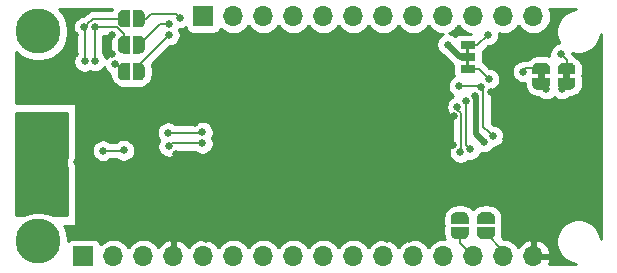
<source format=gbr>
G04 #@! TF.GenerationSoftware,KiCad,Pcbnew,(5.1.4)-1*
G04 #@! TF.CreationDate,2019-12-26T22:32:10-05:00*
G04 #@! TF.ProjectId,Feather-NEO-M9N-GPS,46656174-6865-4722-9d4e-454f2d4d394e,rev?*
G04 #@! TF.SameCoordinates,Original*
G04 #@! TF.FileFunction,Copper,L2,Bot*
G04 #@! TF.FilePolarity,Positive*
%FSLAX46Y46*%
G04 Gerber Fmt 4.6, Leading zero omitted, Abs format (unit mm)*
G04 Created by KiCad (PCBNEW (5.1.4)-1) date 2019-12-26 22:32:10*
%MOMM*%
%LPD*%
G04 APERTURE LIST*
%ADD10C,0.100000*%
%ADD11R,1.270000X0.635000*%
%ADD12C,0.500000*%
%ADD13C,3.800000*%
%ADD14O,1.700000X1.700000*%
%ADD15R,1.700000X1.700000*%
%ADD16C,0.660400*%
%ADD17C,0.152400*%
%ADD18C,0.508000*%
%ADD19C,0.254000*%
G04 APERTURE END LIST*
D10*
G36*
X167675560Y-78501240D02*
G01*
X167675560Y-78907640D01*
X167421560Y-78907640D01*
X167421560Y-78501240D01*
X167675560Y-78501240D01*
G37*
G36*
X167675560Y-79517240D02*
G01*
X167675560Y-79923640D01*
X167421560Y-79923640D01*
X167421560Y-79517240D01*
X167675560Y-79517240D01*
G37*
G36*
X173446160Y-81072800D02*
G01*
X173446160Y-80572800D01*
X174046160Y-80572800D01*
X174046160Y-81072800D01*
X173446160Y-81072800D01*
G37*
G36*
X175595000Y-81072800D02*
G01*
X175595000Y-80572800D01*
X176195000Y-80572800D01*
X176195000Y-81072800D01*
X175595000Y-81072800D01*
G37*
D11*
X167548560Y-80228440D03*
X167548560Y-79212440D03*
X167548560Y-78196440D03*
D12*
X139704840Y-80431640D03*
D10*
G36*
X139704840Y-79682242D02*
G01*
X139729374Y-79682242D01*
X139778205Y-79687052D01*
X139826330Y-79696624D01*
X139873285Y-79710868D01*
X139918618Y-79729645D01*
X139961891Y-79752776D01*
X140002690Y-79780036D01*
X140040619Y-79811164D01*
X140075316Y-79845861D01*
X140106444Y-79883790D01*
X140133704Y-79924589D01*
X140156835Y-79967862D01*
X140175612Y-80013195D01*
X140189856Y-80060150D01*
X140199428Y-80108275D01*
X140204238Y-80157106D01*
X140204238Y-80181640D01*
X140204840Y-80181640D01*
X140204840Y-80681640D01*
X140204238Y-80681640D01*
X140204238Y-80706174D01*
X140199428Y-80755005D01*
X140189856Y-80803130D01*
X140175612Y-80850085D01*
X140156835Y-80895418D01*
X140133704Y-80938691D01*
X140106444Y-80979490D01*
X140075316Y-81017419D01*
X140040619Y-81052116D01*
X140002690Y-81083244D01*
X139961891Y-81110504D01*
X139918618Y-81133635D01*
X139873285Y-81152412D01*
X139826330Y-81166656D01*
X139778205Y-81176228D01*
X139729374Y-81181038D01*
X139704840Y-81181038D01*
X139704840Y-81181640D01*
X139204840Y-81181640D01*
X139204840Y-79681640D01*
X139704840Y-79681640D01*
X139704840Y-79682242D01*
X139704840Y-79682242D01*
G37*
D12*
X138404840Y-80431640D03*
D10*
G36*
X138904840Y-81181640D02*
G01*
X138404840Y-81181640D01*
X138404840Y-81181038D01*
X138380306Y-81181038D01*
X138331475Y-81176228D01*
X138283350Y-81166656D01*
X138236395Y-81152412D01*
X138191062Y-81133635D01*
X138147789Y-81110504D01*
X138106990Y-81083244D01*
X138069061Y-81052116D01*
X138034364Y-81017419D01*
X138003236Y-80979490D01*
X137975976Y-80938691D01*
X137952845Y-80895418D01*
X137934068Y-80850085D01*
X137919824Y-80803130D01*
X137910252Y-80755005D01*
X137905442Y-80706174D01*
X137905442Y-80681640D01*
X137904840Y-80681640D01*
X137904840Y-80181640D01*
X137905442Y-80181640D01*
X137905442Y-80157106D01*
X137910252Y-80108275D01*
X137919824Y-80060150D01*
X137934068Y-80013195D01*
X137952845Y-79967862D01*
X137975976Y-79924589D01*
X138003236Y-79883790D01*
X138034364Y-79845861D01*
X138069061Y-79811164D01*
X138106990Y-79780036D01*
X138147789Y-79752776D01*
X138191062Y-79729645D01*
X138236395Y-79710868D01*
X138283350Y-79696624D01*
X138331475Y-79687052D01*
X138380306Y-79682242D01*
X138404840Y-79682242D01*
X138404840Y-79681640D01*
X138904840Y-79681640D01*
X138904840Y-81181640D01*
X138904840Y-81181640D01*
G37*
D12*
X139704840Y-78155800D03*
D10*
G36*
X139704840Y-77406402D02*
G01*
X139729374Y-77406402D01*
X139778205Y-77411212D01*
X139826330Y-77420784D01*
X139873285Y-77435028D01*
X139918618Y-77453805D01*
X139961891Y-77476936D01*
X140002690Y-77504196D01*
X140040619Y-77535324D01*
X140075316Y-77570021D01*
X140106444Y-77607950D01*
X140133704Y-77648749D01*
X140156835Y-77692022D01*
X140175612Y-77737355D01*
X140189856Y-77784310D01*
X140199428Y-77832435D01*
X140204238Y-77881266D01*
X140204238Y-77905800D01*
X140204840Y-77905800D01*
X140204840Y-78405800D01*
X140204238Y-78405800D01*
X140204238Y-78430334D01*
X140199428Y-78479165D01*
X140189856Y-78527290D01*
X140175612Y-78574245D01*
X140156835Y-78619578D01*
X140133704Y-78662851D01*
X140106444Y-78703650D01*
X140075316Y-78741579D01*
X140040619Y-78776276D01*
X140002690Y-78807404D01*
X139961891Y-78834664D01*
X139918618Y-78857795D01*
X139873285Y-78876572D01*
X139826330Y-78890816D01*
X139778205Y-78900388D01*
X139729374Y-78905198D01*
X139704840Y-78905198D01*
X139704840Y-78905800D01*
X139204840Y-78905800D01*
X139204840Y-77405800D01*
X139704840Y-77405800D01*
X139704840Y-77406402D01*
X139704840Y-77406402D01*
G37*
D12*
X138404840Y-78155800D03*
D10*
G36*
X138904840Y-78905800D02*
G01*
X138404840Y-78905800D01*
X138404840Y-78905198D01*
X138380306Y-78905198D01*
X138331475Y-78900388D01*
X138283350Y-78890816D01*
X138236395Y-78876572D01*
X138191062Y-78857795D01*
X138147789Y-78834664D01*
X138106990Y-78807404D01*
X138069061Y-78776276D01*
X138034364Y-78741579D01*
X138003236Y-78703650D01*
X137975976Y-78662851D01*
X137952845Y-78619578D01*
X137934068Y-78574245D01*
X137919824Y-78527290D01*
X137910252Y-78479165D01*
X137905442Y-78430334D01*
X137905442Y-78405800D01*
X137904840Y-78405800D01*
X137904840Y-77905800D01*
X137905442Y-77905800D01*
X137905442Y-77881266D01*
X137910252Y-77832435D01*
X137919824Y-77784310D01*
X137934068Y-77737355D01*
X137952845Y-77692022D01*
X137975976Y-77648749D01*
X138003236Y-77607950D01*
X138034364Y-77570021D01*
X138069061Y-77535324D01*
X138106990Y-77504196D01*
X138147789Y-77476936D01*
X138191062Y-77453805D01*
X138236395Y-77435028D01*
X138283350Y-77420784D01*
X138331475Y-77411212D01*
X138380306Y-77406402D01*
X138404840Y-77406402D01*
X138404840Y-77405800D01*
X138904840Y-77405800D01*
X138904840Y-78905800D01*
X138904840Y-78905800D01*
G37*
D12*
X139704840Y-75951080D03*
D10*
G36*
X139704840Y-75201682D02*
G01*
X139729374Y-75201682D01*
X139778205Y-75206492D01*
X139826330Y-75216064D01*
X139873285Y-75230308D01*
X139918618Y-75249085D01*
X139961891Y-75272216D01*
X140002690Y-75299476D01*
X140040619Y-75330604D01*
X140075316Y-75365301D01*
X140106444Y-75403230D01*
X140133704Y-75444029D01*
X140156835Y-75487302D01*
X140175612Y-75532635D01*
X140189856Y-75579590D01*
X140199428Y-75627715D01*
X140204238Y-75676546D01*
X140204238Y-75701080D01*
X140204840Y-75701080D01*
X140204840Y-76201080D01*
X140204238Y-76201080D01*
X140204238Y-76225614D01*
X140199428Y-76274445D01*
X140189856Y-76322570D01*
X140175612Y-76369525D01*
X140156835Y-76414858D01*
X140133704Y-76458131D01*
X140106444Y-76498930D01*
X140075316Y-76536859D01*
X140040619Y-76571556D01*
X140002690Y-76602684D01*
X139961891Y-76629944D01*
X139918618Y-76653075D01*
X139873285Y-76671852D01*
X139826330Y-76686096D01*
X139778205Y-76695668D01*
X139729374Y-76700478D01*
X139704840Y-76700478D01*
X139704840Y-76701080D01*
X139204840Y-76701080D01*
X139204840Y-75201080D01*
X139704840Y-75201080D01*
X139704840Y-75201682D01*
X139704840Y-75201682D01*
G37*
D12*
X138404840Y-75951080D03*
D10*
G36*
X138904840Y-76701080D02*
G01*
X138404840Y-76701080D01*
X138404840Y-76700478D01*
X138380306Y-76700478D01*
X138331475Y-76695668D01*
X138283350Y-76686096D01*
X138236395Y-76671852D01*
X138191062Y-76653075D01*
X138147789Y-76629944D01*
X138106990Y-76602684D01*
X138069061Y-76571556D01*
X138034364Y-76536859D01*
X138003236Y-76498930D01*
X137975976Y-76458131D01*
X137952845Y-76414858D01*
X137934068Y-76369525D01*
X137919824Y-76322570D01*
X137910252Y-76274445D01*
X137905442Y-76225614D01*
X137905442Y-76201080D01*
X137904840Y-76201080D01*
X137904840Y-75701080D01*
X137905442Y-75701080D01*
X137905442Y-75676546D01*
X137910252Y-75627715D01*
X137919824Y-75579590D01*
X137934068Y-75532635D01*
X137952845Y-75487302D01*
X137975976Y-75444029D01*
X138003236Y-75403230D01*
X138034364Y-75365301D01*
X138069061Y-75330604D01*
X138106990Y-75299476D01*
X138147789Y-75272216D01*
X138191062Y-75249085D01*
X138236395Y-75230308D01*
X138283350Y-75216064D01*
X138331475Y-75206492D01*
X138380306Y-75201682D01*
X138404840Y-75201682D01*
X138404840Y-75201080D01*
X138904840Y-75201080D01*
X138904840Y-76701080D01*
X138904840Y-76701080D01*
G37*
D12*
X166855140Y-92822000D03*
D10*
G36*
X166105742Y-92822000D02*
G01*
X166105742Y-92797466D01*
X166110552Y-92748635D01*
X166120124Y-92700510D01*
X166134368Y-92653555D01*
X166153145Y-92608222D01*
X166176276Y-92564949D01*
X166203536Y-92524150D01*
X166234664Y-92486221D01*
X166269361Y-92451524D01*
X166307290Y-92420396D01*
X166348089Y-92393136D01*
X166391362Y-92370005D01*
X166436695Y-92351228D01*
X166483650Y-92336984D01*
X166531775Y-92327412D01*
X166580606Y-92322602D01*
X166605140Y-92322602D01*
X166605140Y-92322000D01*
X167105140Y-92322000D01*
X167105140Y-92322602D01*
X167129674Y-92322602D01*
X167178505Y-92327412D01*
X167226630Y-92336984D01*
X167273585Y-92351228D01*
X167318918Y-92370005D01*
X167362191Y-92393136D01*
X167402990Y-92420396D01*
X167440919Y-92451524D01*
X167475616Y-92486221D01*
X167506744Y-92524150D01*
X167534004Y-92564949D01*
X167557135Y-92608222D01*
X167575912Y-92653555D01*
X167590156Y-92700510D01*
X167599728Y-92748635D01*
X167604538Y-92797466D01*
X167604538Y-92822000D01*
X167605140Y-92822000D01*
X167605140Y-93322000D01*
X166105140Y-93322000D01*
X166105140Y-92822000D01*
X166105742Y-92822000D01*
X166105742Y-92822000D01*
G37*
D12*
X166855140Y-94122000D03*
D10*
G36*
X167605140Y-93622000D02*
G01*
X167605140Y-94122000D01*
X167604538Y-94122000D01*
X167604538Y-94146534D01*
X167599728Y-94195365D01*
X167590156Y-94243490D01*
X167575912Y-94290445D01*
X167557135Y-94335778D01*
X167534004Y-94379051D01*
X167506744Y-94419850D01*
X167475616Y-94457779D01*
X167440919Y-94492476D01*
X167402990Y-94523604D01*
X167362191Y-94550864D01*
X167318918Y-94573995D01*
X167273585Y-94592772D01*
X167226630Y-94607016D01*
X167178505Y-94616588D01*
X167129674Y-94621398D01*
X167105140Y-94621398D01*
X167105140Y-94622000D01*
X166605140Y-94622000D01*
X166605140Y-94621398D01*
X166580606Y-94621398D01*
X166531775Y-94616588D01*
X166483650Y-94607016D01*
X166436695Y-94592772D01*
X166391362Y-94573995D01*
X166348089Y-94550864D01*
X166307290Y-94523604D01*
X166269361Y-94492476D01*
X166234664Y-94457779D01*
X166203536Y-94419850D01*
X166176276Y-94379051D01*
X166153145Y-94335778D01*
X166134368Y-94290445D01*
X166120124Y-94243490D01*
X166110552Y-94195365D01*
X166105742Y-94146534D01*
X166105742Y-94122000D01*
X166105140Y-94122000D01*
X166105140Y-93622000D01*
X167605140Y-93622000D01*
X167605140Y-93622000D01*
G37*
D12*
X169075100Y-94127080D03*
D10*
G36*
X169824498Y-94127080D02*
G01*
X169824498Y-94151614D01*
X169819688Y-94200445D01*
X169810116Y-94248570D01*
X169795872Y-94295525D01*
X169777095Y-94340858D01*
X169753964Y-94384131D01*
X169726704Y-94424930D01*
X169695576Y-94462859D01*
X169660879Y-94497556D01*
X169622950Y-94528684D01*
X169582151Y-94555944D01*
X169538878Y-94579075D01*
X169493545Y-94597852D01*
X169446590Y-94612096D01*
X169398465Y-94621668D01*
X169349634Y-94626478D01*
X169325100Y-94626478D01*
X169325100Y-94627080D01*
X168825100Y-94627080D01*
X168825100Y-94626478D01*
X168800566Y-94626478D01*
X168751735Y-94621668D01*
X168703610Y-94612096D01*
X168656655Y-94597852D01*
X168611322Y-94579075D01*
X168568049Y-94555944D01*
X168527250Y-94528684D01*
X168489321Y-94497556D01*
X168454624Y-94462859D01*
X168423496Y-94424930D01*
X168396236Y-94384131D01*
X168373105Y-94340858D01*
X168354328Y-94295525D01*
X168340084Y-94248570D01*
X168330512Y-94200445D01*
X168325702Y-94151614D01*
X168325702Y-94127080D01*
X168325100Y-94127080D01*
X168325100Y-93627080D01*
X169825100Y-93627080D01*
X169825100Y-94127080D01*
X169824498Y-94127080D01*
X169824498Y-94127080D01*
G37*
D12*
X169075100Y-92827080D03*
D10*
G36*
X168325100Y-93327080D02*
G01*
X168325100Y-92827080D01*
X168325702Y-92827080D01*
X168325702Y-92802546D01*
X168330512Y-92753715D01*
X168340084Y-92705590D01*
X168354328Y-92658635D01*
X168373105Y-92613302D01*
X168396236Y-92570029D01*
X168423496Y-92529230D01*
X168454624Y-92491301D01*
X168489321Y-92456604D01*
X168527250Y-92425476D01*
X168568049Y-92398216D01*
X168611322Y-92375085D01*
X168656655Y-92356308D01*
X168703610Y-92342064D01*
X168751735Y-92332492D01*
X168800566Y-92327682D01*
X168825100Y-92327682D01*
X168825100Y-92327080D01*
X169325100Y-92327080D01*
X169325100Y-92327682D01*
X169349634Y-92327682D01*
X169398465Y-92332492D01*
X169446590Y-92342064D01*
X169493545Y-92356308D01*
X169538878Y-92375085D01*
X169582151Y-92398216D01*
X169622950Y-92425476D01*
X169660879Y-92456604D01*
X169695576Y-92491301D01*
X169726704Y-92529230D01*
X169753964Y-92570029D01*
X169777095Y-92613302D01*
X169795872Y-92658635D01*
X169810116Y-92705590D01*
X169819688Y-92753715D01*
X169824498Y-92802546D01*
X169824498Y-92827080D01*
X169825100Y-92827080D01*
X169825100Y-93327080D01*
X168325100Y-93327080D01*
X168325100Y-93327080D01*
G37*
D12*
X173746160Y-80172800D03*
D10*
G36*
X172996160Y-80672800D02*
G01*
X172996160Y-80172800D01*
X172996762Y-80172800D01*
X172996762Y-80148266D01*
X173001572Y-80099435D01*
X173011144Y-80051310D01*
X173025388Y-80004355D01*
X173044165Y-79959022D01*
X173067296Y-79915749D01*
X173094556Y-79874950D01*
X173125684Y-79837021D01*
X173160381Y-79802324D01*
X173198310Y-79771196D01*
X173239109Y-79743936D01*
X173282382Y-79720805D01*
X173327715Y-79702028D01*
X173374670Y-79687784D01*
X173422795Y-79678212D01*
X173471626Y-79673402D01*
X173496160Y-79673402D01*
X173496160Y-79672800D01*
X173996160Y-79672800D01*
X173996160Y-79673402D01*
X174020694Y-79673402D01*
X174069525Y-79678212D01*
X174117650Y-79687784D01*
X174164605Y-79702028D01*
X174209938Y-79720805D01*
X174253211Y-79743936D01*
X174294010Y-79771196D01*
X174331939Y-79802324D01*
X174366636Y-79837021D01*
X174397764Y-79874950D01*
X174425024Y-79915749D01*
X174448155Y-79959022D01*
X174466932Y-80004355D01*
X174481176Y-80051310D01*
X174490748Y-80099435D01*
X174495558Y-80148266D01*
X174495558Y-80172800D01*
X174496160Y-80172800D01*
X174496160Y-80672800D01*
X172996160Y-80672800D01*
X172996160Y-80672800D01*
G37*
D12*
X173746160Y-81472800D03*
D10*
G36*
X174495558Y-81472800D02*
G01*
X174495558Y-81497334D01*
X174490748Y-81546165D01*
X174481176Y-81594290D01*
X174466932Y-81641245D01*
X174448155Y-81686578D01*
X174425024Y-81729851D01*
X174397764Y-81770650D01*
X174366636Y-81808579D01*
X174331939Y-81843276D01*
X174294010Y-81874404D01*
X174253211Y-81901664D01*
X174209938Y-81924795D01*
X174164605Y-81943572D01*
X174117650Y-81957816D01*
X174069525Y-81967388D01*
X174020694Y-81972198D01*
X173996160Y-81972198D01*
X173996160Y-81972800D01*
X173496160Y-81972800D01*
X173496160Y-81972198D01*
X173471626Y-81972198D01*
X173422795Y-81967388D01*
X173374670Y-81957816D01*
X173327715Y-81943572D01*
X173282382Y-81924795D01*
X173239109Y-81901664D01*
X173198310Y-81874404D01*
X173160381Y-81843276D01*
X173125684Y-81808579D01*
X173094556Y-81770650D01*
X173067296Y-81729851D01*
X173044165Y-81686578D01*
X173025388Y-81641245D01*
X173011144Y-81594290D01*
X173001572Y-81546165D01*
X172996762Y-81497334D01*
X172996762Y-81472800D01*
X172996160Y-81472800D01*
X172996160Y-80972800D01*
X174496160Y-80972800D01*
X174496160Y-81472800D01*
X174495558Y-81472800D01*
X174495558Y-81472800D01*
G37*
D12*
X175895000Y-80172800D03*
D10*
G36*
X175145000Y-80672800D02*
G01*
X175145000Y-80172800D01*
X175145602Y-80172800D01*
X175145602Y-80148266D01*
X175150412Y-80099435D01*
X175159984Y-80051310D01*
X175174228Y-80004355D01*
X175193005Y-79959022D01*
X175216136Y-79915749D01*
X175243396Y-79874950D01*
X175274524Y-79837021D01*
X175309221Y-79802324D01*
X175347150Y-79771196D01*
X175387949Y-79743936D01*
X175431222Y-79720805D01*
X175476555Y-79702028D01*
X175523510Y-79687784D01*
X175571635Y-79678212D01*
X175620466Y-79673402D01*
X175645000Y-79673402D01*
X175645000Y-79672800D01*
X176145000Y-79672800D01*
X176145000Y-79673402D01*
X176169534Y-79673402D01*
X176218365Y-79678212D01*
X176266490Y-79687784D01*
X176313445Y-79702028D01*
X176358778Y-79720805D01*
X176402051Y-79743936D01*
X176442850Y-79771196D01*
X176480779Y-79802324D01*
X176515476Y-79837021D01*
X176546604Y-79874950D01*
X176573864Y-79915749D01*
X176596995Y-79959022D01*
X176615772Y-80004355D01*
X176630016Y-80051310D01*
X176639588Y-80099435D01*
X176644398Y-80148266D01*
X176644398Y-80172800D01*
X176645000Y-80172800D01*
X176645000Y-80672800D01*
X175145000Y-80672800D01*
X175145000Y-80672800D01*
G37*
D12*
X175895000Y-81472800D03*
D10*
G36*
X176644398Y-81472800D02*
G01*
X176644398Y-81497334D01*
X176639588Y-81546165D01*
X176630016Y-81594290D01*
X176615772Y-81641245D01*
X176596995Y-81686578D01*
X176573864Y-81729851D01*
X176546604Y-81770650D01*
X176515476Y-81808579D01*
X176480779Y-81843276D01*
X176442850Y-81874404D01*
X176402051Y-81901664D01*
X176358778Y-81924795D01*
X176313445Y-81943572D01*
X176266490Y-81957816D01*
X176218365Y-81967388D01*
X176169534Y-81972198D01*
X176145000Y-81972198D01*
X176145000Y-81972800D01*
X175645000Y-81972800D01*
X175645000Y-81972198D01*
X175620466Y-81972198D01*
X175571635Y-81967388D01*
X175523510Y-81957816D01*
X175476555Y-81943572D01*
X175431222Y-81924795D01*
X175387949Y-81901664D01*
X175347150Y-81874404D01*
X175309221Y-81843276D01*
X175274524Y-81808579D01*
X175243396Y-81770650D01*
X175216136Y-81729851D01*
X175193005Y-81686578D01*
X175174228Y-81641245D01*
X175159984Y-81594290D01*
X175150412Y-81546165D01*
X175145602Y-81497334D01*
X175145602Y-81472800D01*
X175145000Y-81472800D01*
X175145000Y-80972800D01*
X176645000Y-80972800D01*
X176645000Y-81472800D01*
X176644398Y-81472800D01*
X176644398Y-81472800D01*
G37*
D13*
X131178300Y-94818200D03*
X131178300Y-77038200D03*
D14*
X173088300Y-75768200D03*
X170548300Y-75768200D03*
X168008300Y-75768200D03*
X165468300Y-75768200D03*
X162928300Y-75768200D03*
X160388300Y-75768200D03*
X157848300Y-75768200D03*
X155308300Y-75768200D03*
X152768300Y-75768200D03*
X150228300Y-75768200D03*
X147688300Y-75768200D03*
D15*
X145148300Y-75768200D03*
D14*
X173088300Y-96088200D03*
X170548300Y-96088200D03*
X168008300Y-96088200D03*
X165468300Y-96088200D03*
X162928300Y-96088200D03*
X160388300Y-96088200D03*
X157848300Y-96088200D03*
X155308300Y-96088200D03*
X152768300Y-96088200D03*
X150228300Y-96088200D03*
X147688300Y-96088200D03*
X145148300Y-96088200D03*
X142608300Y-96088200D03*
X140068300Y-96088200D03*
X137528300Y-96088200D03*
D15*
X134988300Y-96088200D03*
D16*
X175493680Y-81889600D03*
X174188120Y-81899760D03*
X175397160Y-78978760D03*
X142260320Y-77337920D03*
X142199360Y-76393040D03*
X143134080Y-75864720D03*
X146075400Y-89712800D03*
X145249900Y-89712800D03*
X144424400Y-89712800D03*
X144487900Y-90474800D03*
X144487900Y-91173300D03*
X144487900Y-91998800D03*
X144487900Y-92824300D03*
X144487900Y-93649800D03*
X144551400Y-94538800D03*
X147599400Y-94475300D03*
X154406600Y-91008200D03*
X154406600Y-91821000D03*
X154406600Y-92633800D03*
X154406600Y-93446600D03*
X154406600Y-94259400D03*
X153314400Y-94284800D03*
X152361900Y-94284800D03*
X150876000Y-93472000D03*
X151587200Y-93472000D03*
X150164800Y-93472000D03*
X149453600Y-93472000D03*
X148742400Y-93472000D03*
X148031200Y-93472000D03*
X148386800Y-94208600D03*
X151638000Y-91008200D03*
X150901400Y-91008200D03*
X148615400Y-91008200D03*
X147878800Y-91008200D03*
X147701000Y-90068400D03*
X146837400Y-89687400D03*
X151384000Y-89433400D03*
X154406600Y-90195400D03*
X154406600Y-89382600D03*
X154406600Y-88569800D03*
X154406600Y-87757000D03*
X151358600Y-88595200D03*
X145338800Y-94640400D03*
X134457440Y-88117680D03*
X147345400Y-89077800D03*
X147218400Y-88112600D03*
X147218400Y-87350600D03*
X147396200Y-86537800D03*
X151231600Y-87833200D03*
X148132800Y-86207600D03*
X149021800Y-86207600D03*
X149961600Y-86207600D03*
X150698200Y-86436200D03*
X151028400Y-87071200D03*
X146100800Y-94640400D03*
X146862800Y-94665800D03*
X173098460Y-89781380D03*
X142839440Y-84739480D03*
X142844520Y-87421720D03*
X144434560Y-84754720D03*
X144434560Y-87492840D03*
X134244080Y-78938120D03*
X134244080Y-77307440D03*
X137449560Y-78938120D03*
X137449560Y-77307440D03*
X166745920Y-76895960D03*
X169463720Y-82184240D03*
X166339520Y-84236560D03*
X170337480Y-84282280D03*
X134117080Y-94244160D03*
X135143240Y-92760800D03*
X138120120Y-92618560D03*
X142534640Y-92638880D03*
X139862560Y-93446600D03*
X142524480Y-88412320D03*
X142361920Y-89753440D03*
X136123680Y-89804240D03*
X139948920Y-90002360D03*
X137149840Y-91353640D03*
X145308320Y-92227400D03*
X146171920Y-92227400D03*
X132481320Y-80782160D03*
X132481320Y-82575400D03*
X136748520Y-82844640D03*
X134589520Y-80639920D03*
X178567080Y-78430120D03*
X177434240Y-80787240D03*
X178521360Y-80929480D03*
X170789600Y-86182200D03*
X172405040Y-84658200D03*
X178577240Y-89519760D03*
X178536600Y-87122000D03*
X172989240Y-87193120D03*
X175163480Y-84023200D03*
X177942240Y-84221320D03*
X175747680Y-86807040D03*
X175610520Y-89433400D03*
X153710640Y-87325200D03*
X166263320Y-86685120D03*
X164068760Y-87452200D03*
X165567360Y-87477600D03*
X154940000Y-79375000D03*
X156845000Y-79375000D03*
X158750000Y-79375000D03*
X160655000Y-79375000D03*
X162560000Y-79375000D03*
X154940000Y-81280000D03*
X156845000Y-81280000D03*
X158750000Y-81280000D03*
X160655000Y-81280000D03*
X162560000Y-81280000D03*
X154940000Y-83185000D03*
X154940000Y-85090000D03*
X156845000Y-85090000D03*
X156845000Y-83185000D03*
X158750000Y-83185000D03*
X158750000Y-85090000D03*
X160655000Y-85090000D03*
X160655000Y-83185000D03*
X162560000Y-83185000D03*
X162560000Y-85090000D03*
X154940000Y-86995000D03*
X156845000Y-86995000D03*
X158750000Y-86995000D03*
X160655000Y-86995000D03*
X162560000Y-86995000D03*
X162560000Y-88900000D03*
X160655000Y-88900000D03*
X158750000Y-88900000D03*
X156845000Y-88900000D03*
X156845000Y-90805000D03*
X158750000Y-90805000D03*
X160655000Y-90805000D03*
X162560000Y-90805000D03*
X162560000Y-92710000D03*
X160655000Y-92710000D03*
X158750000Y-92710000D03*
X156845000Y-92710000D03*
X156845000Y-94615000D03*
X158750000Y-94615000D03*
X160655000Y-94615000D03*
X162560000Y-94615000D03*
X155194000Y-88900000D03*
X155194000Y-90932000D03*
X155194000Y-92710000D03*
X152908000Y-87376000D03*
X152019000Y-87503000D03*
X164846000Y-94488000D03*
X151511000Y-94869000D03*
X148971000Y-94996000D03*
X134747000Y-82296000D03*
X164338000Y-76962000D03*
X165819651Y-78147349D03*
X168879520Y-86390480D03*
X168173400Y-82494120D03*
X167396160Y-82966560D03*
X167746680Y-87015320D03*
X166659560Y-83423760D03*
X166908480Y-87279480D03*
X142224760Y-86766400D03*
X145049240Y-86507320D03*
X142163800Y-85613240D03*
X145059400Y-85577680D03*
X136641840Y-87127080D03*
X138399520Y-87106760D03*
X168686480Y-81727040D03*
X169666920Y-85912960D03*
X166791640Y-81671160D03*
X135087360Y-79562960D03*
X135051800Y-76697840D03*
X135950960Y-79547720D03*
X135930640Y-76682600D03*
X137703560Y-79832200D03*
X130107840Y-88332160D03*
X172217080Y-80436720D03*
X168960800Y-92798900D03*
X166827200Y-92811600D03*
X169316400Y-81081880D03*
X169224960Y-77322680D03*
D17*
X175895000Y-79476600D02*
X175397160Y-78978760D01*
X175895000Y-80172800D02*
X175895000Y-79476600D01*
X139704840Y-79893400D02*
X139704840Y-80431640D01*
X142260320Y-77337920D02*
X139704840Y-79893400D01*
X141467600Y-76393040D02*
X139704840Y-78155800D01*
X142199360Y-76393040D02*
X141467600Y-76393040D01*
X142803881Y-75534521D02*
X143134080Y-75864720D01*
X140721399Y-75534521D02*
X142803881Y-75534521D01*
X139704840Y-75951080D02*
X140304840Y-75951080D01*
X140304840Y-75951080D02*
X140721399Y-75534521D01*
D18*
X166884742Y-79212440D02*
X167548560Y-79212440D01*
X165819651Y-78147349D02*
X166884742Y-79212440D01*
X168203880Y-85714840D02*
X168879520Y-86390480D01*
X168198800Y-85709760D02*
X168203880Y-85714840D01*
X168198800Y-82519520D02*
X168198800Y-85709760D01*
X168173400Y-82494120D02*
X168198800Y-82519520D01*
D17*
X167396160Y-82966560D02*
X167396160Y-86664800D01*
X167746680Y-87015320D02*
X167396160Y-86664800D01*
X166659560Y-83659126D02*
X166659560Y-83423760D01*
X166908480Y-86923880D02*
X166920521Y-86911839D01*
X166920521Y-86911839D02*
X166920521Y-85498281D01*
X166920521Y-85498281D02*
X166945921Y-85472881D01*
X166945921Y-85472881D02*
X166945921Y-83945487D01*
X166908480Y-87279480D02*
X166908480Y-86923880D01*
X166945921Y-83945487D02*
X166659560Y-83659126D01*
X142483840Y-86507320D02*
X142224760Y-86766400D01*
X145049240Y-86507320D02*
X142483840Y-86507320D01*
X145023840Y-85613240D02*
X145059400Y-85577680D01*
X142163800Y-85613240D02*
X145023840Y-85613240D01*
X138379200Y-87127080D02*
X138399520Y-87106760D01*
X136641840Y-87127080D02*
X138379200Y-87127080D01*
X168630600Y-81671160D02*
X168686480Y-81727040D01*
X166791640Y-81671160D02*
X168630600Y-81671160D01*
X169336721Y-85582761D02*
X169666920Y-85912960D01*
X168857319Y-85103359D02*
X169336721Y-85582761D01*
X168857319Y-82121399D02*
X168857319Y-85103359D01*
X168686480Y-81950560D02*
X168857319Y-82121399D01*
X168686480Y-81727040D02*
X168686480Y-81950560D01*
X135087360Y-76733400D02*
X135051800Y-76697840D01*
X135087360Y-79562960D02*
X135087360Y-76733400D01*
X137804840Y-75951080D02*
X138404840Y-75951080D01*
X135764686Y-75951080D02*
X137804840Y-75951080D01*
X135324239Y-76391527D02*
X135764686Y-75951080D01*
X135324239Y-76537161D02*
X135324239Y-76391527D01*
X135163560Y-76697840D02*
X135324239Y-76537161D01*
X135051800Y-76697840D02*
X135163560Y-76697840D01*
X135930640Y-79527400D02*
X135950960Y-79547720D01*
X135930640Y-76682600D02*
X135930640Y-79527400D01*
X138404840Y-77308208D02*
X138404840Y-78155800D01*
X138404840Y-77295404D02*
X138404840Y-77308208D01*
X137792036Y-76682600D02*
X138404840Y-77295404D01*
X135930640Y-76682600D02*
X137792036Y-76682600D01*
X138303240Y-80330040D02*
X138404840Y-80431640D01*
X137703560Y-79832200D02*
X138303240Y-80330040D01*
X172481000Y-80172800D02*
X172217080Y-80436720D01*
X173746160Y-80172800D02*
X172481000Y-80172800D01*
X170548300Y-95600280D02*
X170548300Y-96088200D01*
X169075100Y-94127080D02*
X170548300Y-95600280D01*
X168010840Y-96085660D02*
X168008300Y-96088200D01*
X166855140Y-94935040D02*
X168008300Y-96088200D01*
X166855140Y-94122000D02*
X166855140Y-94935040D01*
X168462960Y-80228440D02*
X169316400Y-81081880D01*
X167548560Y-80228440D02*
X168462960Y-80228440D01*
X168351200Y-78196440D02*
X169224960Y-77322680D01*
X167548560Y-78196440D02*
X168351200Y-78196440D01*
D19*
G36*
X137374376Y-75221205D02*
G01*
X137366641Y-75239880D01*
X135799611Y-75239880D01*
X135764685Y-75236440D01*
X135729759Y-75239880D01*
X135729750Y-75239880D01*
X135625266Y-75250171D01*
X135491205Y-75290838D01*
X135367653Y-75356878D01*
X135259359Y-75445753D01*
X135237084Y-75472895D01*
X134977339Y-75732640D01*
X134956736Y-75732640D01*
X134770262Y-75769732D01*
X134594606Y-75842491D01*
X134436521Y-75948120D01*
X134302080Y-76082561D01*
X134196451Y-76240646D01*
X134123692Y-76416302D01*
X134086600Y-76602776D01*
X134086600Y-76792904D01*
X134123692Y-76979378D01*
X134196451Y-77155034D01*
X134302080Y-77313119D01*
X134376161Y-77387200D01*
X134376160Y-78909161D01*
X134337640Y-78947681D01*
X134232011Y-79105766D01*
X134159252Y-79281422D01*
X134122160Y-79467896D01*
X134122160Y-79658024D01*
X134159252Y-79844498D01*
X134232011Y-80020154D01*
X134337640Y-80178239D01*
X134472081Y-80312680D01*
X134630166Y-80418309D01*
X134805822Y-80491068D01*
X134992296Y-80528160D01*
X135182424Y-80528160D01*
X135368898Y-80491068D01*
X135537556Y-80421208D01*
X135669422Y-80475828D01*
X135855896Y-80512920D01*
X136046024Y-80512920D01*
X136232498Y-80475828D01*
X136408154Y-80403069D01*
X136566239Y-80297440D01*
X136700680Y-80162999D01*
X136765850Y-80065465D01*
X136775452Y-80113738D01*
X136848211Y-80289394D01*
X136953840Y-80447479D01*
X137088281Y-80581920D01*
X137246366Y-80687549D01*
X137268242Y-80696610D01*
X137269176Y-80706090D01*
X137269176Y-80730649D01*
X137281436Y-80855130D01*
X137300558Y-80951263D01*
X137336867Y-81070959D01*
X137374376Y-81161515D01*
X137433342Y-81271832D01*
X137487798Y-81353331D01*
X137567150Y-81450022D01*
X137636458Y-81519330D01*
X137733149Y-81598682D01*
X137814648Y-81653138D01*
X137924965Y-81712104D01*
X138015521Y-81749613D01*
X138135217Y-81785922D01*
X138231350Y-81805044D01*
X138355831Y-81817304D01*
X138380390Y-81817304D01*
X138404840Y-81819712D01*
X138904840Y-81819712D01*
X139029322Y-81807452D01*
X139054840Y-81799711D01*
X139080358Y-81807452D01*
X139204840Y-81819712D01*
X139704840Y-81819712D01*
X139729290Y-81817304D01*
X139753849Y-81817304D01*
X139878330Y-81805044D01*
X139974463Y-81785922D01*
X140094159Y-81749613D01*
X140184715Y-81712104D01*
X140295032Y-81653138D01*
X140376531Y-81598682D01*
X140473222Y-81519330D01*
X140542530Y-81450022D01*
X140621882Y-81353331D01*
X140676338Y-81271832D01*
X140735304Y-81161515D01*
X140772813Y-81070959D01*
X140809122Y-80951263D01*
X140828244Y-80855130D01*
X140840504Y-80730649D01*
X140840504Y-80706090D01*
X140842912Y-80681640D01*
X140842912Y-80181640D01*
X140840504Y-80157190D01*
X140840504Y-80132631D01*
X140828244Y-80008150D01*
X140809122Y-79912017D01*
X140781865Y-79822162D01*
X142300909Y-78303120D01*
X142355384Y-78303120D01*
X142541858Y-78266028D01*
X142717514Y-78193269D01*
X142875599Y-78087640D01*
X143010040Y-77953199D01*
X143115669Y-77795114D01*
X143188428Y-77619458D01*
X143225520Y-77432984D01*
X143225520Y-77242856D01*
X143188428Y-77056382D01*
X143115669Y-76880726D01*
X143081722Y-76829920D01*
X143229144Y-76829920D01*
X143415618Y-76792828D01*
X143591274Y-76720069D01*
X143665384Y-76670550D01*
X143672488Y-76742682D01*
X143708798Y-76862380D01*
X143767763Y-76972694D01*
X143847115Y-77069385D01*
X143943806Y-77148737D01*
X144054120Y-77207702D01*
X144173818Y-77244012D01*
X144298300Y-77256272D01*
X145998300Y-77256272D01*
X146122782Y-77244012D01*
X146242480Y-77207702D01*
X146352794Y-77148737D01*
X146449485Y-77069385D01*
X146528837Y-76972694D01*
X146587802Y-76862380D01*
X146608693Y-76793513D01*
X146633166Y-76823334D01*
X146859286Y-77008906D01*
X147117266Y-77146799D01*
X147397189Y-77231713D01*
X147615350Y-77253200D01*
X147761250Y-77253200D01*
X147979411Y-77231713D01*
X148259334Y-77146799D01*
X148517314Y-77008906D01*
X148743434Y-76823334D01*
X148929006Y-76597214D01*
X148958300Y-76542409D01*
X148987594Y-76597214D01*
X149173166Y-76823334D01*
X149399286Y-77008906D01*
X149657266Y-77146799D01*
X149937189Y-77231713D01*
X150155350Y-77253200D01*
X150301250Y-77253200D01*
X150519411Y-77231713D01*
X150799334Y-77146799D01*
X151057314Y-77008906D01*
X151283434Y-76823334D01*
X151469006Y-76597214D01*
X151498300Y-76542409D01*
X151527594Y-76597214D01*
X151713166Y-76823334D01*
X151939286Y-77008906D01*
X152197266Y-77146799D01*
X152477189Y-77231713D01*
X152695350Y-77253200D01*
X152841250Y-77253200D01*
X153059411Y-77231713D01*
X153339334Y-77146799D01*
X153597314Y-77008906D01*
X153823434Y-76823334D01*
X154009006Y-76597214D01*
X154038300Y-76542409D01*
X154067594Y-76597214D01*
X154253166Y-76823334D01*
X154479286Y-77008906D01*
X154737266Y-77146799D01*
X155017189Y-77231713D01*
X155235350Y-77253200D01*
X155381250Y-77253200D01*
X155599411Y-77231713D01*
X155879334Y-77146799D01*
X156137314Y-77008906D01*
X156363434Y-76823334D01*
X156549006Y-76597214D01*
X156578300Y-76542409D01*
X156607594Y-76597214D01*
X156793166Y-76823334D01*
X157019286Y-77008906D01*
X157277266Y-77146799D01*
X157557189Y-77231713D01*
X157775350Y-77253200D01*
X157921250Y-77253200D01*
X158139411Y-77231713D01*
X158419334Y-77146799D01*
X158677314Y-77008906D01*
X158903434Y-76823334D01*
X159089006Y-76597214D01*
X159118300Y-76542409D01*
X159147594Y-76597214D01*
X159333166Y-76823334D01*
X159559286Y-77008906D01*
X159817266Y-77146799D01*
X160097189Y-77231713D01*
X160315350Y-77253200D01*
X160461250Y-77253200D01*
X160679411Y-77231713D01*
X160959334Y-77146799D01*
X161217314Y-77008906D01*
X161443434Y-76823334D01*
X161629006Y-76597214D01*
X161658300Y-76542409D01*
X161687594Y-76597214D01*
X161873166Y-76823334D01*
X162099286Y-77008906D01*
X162357266Y-77146799D01*
X162637189Y-77231713D01*
X162855350Y-77253200D01*
X163001250Y-77253200D01*
X163219411Y-77231713D01*
X163499334Y-77146799D01*
X163757314Y-77008906D01*
X163983434Y-76823334D01*
X164169006Y-76597214D01*
X164198300Y-76542409D01*
X164227594Y-76597214D01*
X164413166Y-76823334D01*
X164639286Y-77008906D01*
X164897266Y-77146799D01*
X165177189Y-77231713D01*
X165395350Y-77253200D01*
X165456129Y-77253200D01*
X165362457Y-77292000D01*
X165204372Y-77397629D01*
X165069931Y-77532070D01*
X164964302Y-77690155D01*
X164891543Y-77865811D01*
X164854451Y-78052285D01*
X164854451Y-78242413D01*
X164891543Y-78428887D01*
X164964302Y-78604543D01*
X165069931Y-78762628D01*
X165204372Y-78897069D01*
X165362457Y-79002698D01*
X165456873Y-79041806D01*
X166225247Y-79810181D01*
X166253083Y-79844099D01*
X166279903Y-79866110D01*
X166275488Y-79910940D01*
X166275488Y-80545940D01*
X166287748Y-80670422D01*
X166324058Y-80790120D01*
X166337184Y-80814677D01*
X166334446Y-80815811D01*
X166176361Y-80921440D01*
X166041920Y-81055881D01*
X165936291Y-81213966D01*
X165863532Y-81389622D01*
X165826440Y-81576096D01*
X165826440Y-81766224D01*
X165863532Y-81952698D01*
X165936291Y-82128354D01*
X166041920Y-82286439D01*
X166176361Y-82420880D01*
X166322614Y-82518603D01*
X166202366Y-82568411D01*
X166044281Y-82674040D01*
X165909840Y-82808481D01*
X165804211Y-82966566D01*
X165731452Y-83142222D01*
X165694360Y-83328696D01*
X165694360Y-83518824D01*
X165731452Y-83705298D01*
X165804211Y-83880954D01*
X165909840Y-84039039D01*
X166044281Y-84173480D01*
X166202366Y-84279109D01*
X166234722Y-84292511D01*
X166234721Y-85309057D01*
X166219613Y-85358862D01*
X166205881Y-85498281D01*
X166209322Y-85533216D01*
X166209321Y-86613640D01*
X166158760Y-86664201D01*
X166053131Y-86822286D01*
X165980372Y-86997942D01*
X165943280Y-87184416D01*
X165943280Y-87374544D01*
X165980372Y-87561018D01*
X166053131Y-87736674D01*
X166158760Y-87894759D01*
X166293201Y-88029200D01*
X166451286Y-88134829D01*
X166626942Y-88207588D01*
X166813416Y-88244680D01*
X167003544Y-88244680D01*
X167190018Y-88207588D01*
X167365674Y-88134829D01*
X167523759Y-88029200D01*
X167585575Y-87967384D01*
X167651616Y-87980520D01*
X167841744Y-87980520D01*
X168028218Y-87943428D01*
X168203874Y-87870669D01*
X168361959Y-87765040D01*
X168496400Y-87630599D01*
X168602029Y-87472514D01*
X168660626Y-87331049D01*
X168784456Y-87355680D01*
X168974584Y-87355680D01*
X169161058Y-87318588D01*
X169336714Y-87245829D01*
X169494799Y-87140200D01*
X169629240Y-87005759D01*
X169714499Y-86878160D01*
X169761984Y-86878160D01*
X169948458Y-86841068D01*
X170124114Y-86768309D01*
X170282199Y-86662680D01*
X170416640Y-86528239D01*
X170522269Y-86370154D01*
X170595028Y-86194498D01*
X170632120Y-86008024D01*
X170632120Y-85817896D01*
X170595028Y-85631422D01*
X170522269Y-85455766D01*
X170416640Y-85297681D01*
X170282199Y-85163240D01*
X170124114Y-85057611D01*
X169948458Y-84984852D01*
X169761984Y-84947760D01*
X169707508Y-84947760D01*
X169568519Y-84808772D01*
X169568519Y-82156327D01*
X169571959Y-82121399D01*
X169571171Y-82113396D01*
X169614588Y-82008578D01*
X169615777Y-82002599D01*
X169773594Y-81937229D01*
X169931679Y-81831600D01*
X170066120Y-81697159D01*
X170171749Y-81539074D01*
X170244508Y-81363418D01*
X170281600Y-81176944D01*
X170281600Y-80986816D01*
X170244508Y-80800342D01*
X170171749Y-80624686D01*
X170066120Y-80466601D01*
X169931679Y-80332160D01*
X169773594Y-80226531D01*
X169597938Y-80153772D01*
X169411464Y-80116680D01*
X169356988Y-80116680D01*
X168990561Y-79750254D01*
X168968287Y-79723113D01*
X168859993Y-79634238D01*
X168813792Y-79609543D01*
X168821632Y-79529940D01*
X168821632Y-78894940D01*
X168809372Y-78770458D01*
X168802088Y-78746444D01*
X168856527Y-78701767D01*
X168878801Y-78674626D01*
X169265548Y-78287880D01*
X169320024Y-78287880D01*
X169506498Y-78250788D01*
X169682154Y-78178029D01*
X169840239Y-78072400D01*
X169974680Y-77937959D01*
X170080309Y-77779874D01*
X170153068Y-77604218D01*
X170190160Y-77417744D01*
X170190160Y-77227616D01*
X170186723Y-77210337D01*
X170257189Y-77231713D01*
X170475350Y-77253200D01*
X170621250Y-77253200D01*
X170839411Y-77231713D01*
X171119334Y-77146799D01*
X171377314Y-77008906D01*
X171603434Y-76823334D01*
X171789006Y-76597214D01*
X171818300Y-76542409D01*
X171847594Y-76597214D01*
X172033166Y-76823334D01*
X172259286Y-77008906D01*
X172517266Y-77146799D01*
X172797189Y-77231713D01*
X173015350Y-77253200D01*
X173161250Y-77253200D01*
X173379411Y-77231713D01*
X173659334Y-77146799D01*
X173917314Y-77008906D01*
X174143434Y-76823334D01*
X174329006Y-76597214D01*
X174466899Y-76339234D01*
X174551813Y-76059311D01*
X174580485Y-75768200D01*
X174551813Y-75477089D01*
X174466899Y-75197166D01*
X174446071Y-75158200D01*
X176687507Y-75158200D01*
X176348466Y-75225639D01*
X176005418Y-75367734D01*
X175696682Y-75574025D01*
X175434125Y-75836582D01*
X175227834Y-76145318D01*
X175085739Y-76488366D01*
X175013300Y-76852544D01*
X175013300Y-77223856D01*
X175085739Y-77588034D01*
X175227834Y-77931082D01*
X175285191Y-78016923D01*
X175115622Y-78050652D01*
X174939966Y-78123411D01*
X174781881Y-78229040D01*
X174647440Y-78363481D01*
X174541811Y-78521566D01*
X174469052Y-78697222D01*
X174431960Y-78883696D01*
X174431960Y-79073824D01*
X174442854Y-79128592D01*
X174385479Y-79104827D01*
X174265783Y-79068518D01*
X174169650Y-79049396D01*
X174045169Y-79037136D01*
X174020610Y-79037136D01*
X173996160Y-79034728D01*
X173496160Y-79034728D01*
X173471710Y-79037136D01*
X173447151Y-79037136D01*
X173322670Y-79049396D01*
X173226537Y-79068518D01*
X173106841Y-79104827D01*
X173016285Y-79142336D01*
X172905968Y-79201302D01*
X172824469Y-79255758D01*
X172727778Y-79335110D01*
X172658470Y-79404418D01*
X172611542Y-79461600D01*
X172515925Y-79461600D01*
X172480999Y-79458160D01*
X172446073Y-79461600D01*
X172446064Y-79461600D01*
X172341580Y-79471891D01*
X172330661Y-79475203D01*
X172312144Y-79471520D01*
X172122016Y-79471520D01*
X171935542Y-79508612D01*
X171759886Y-79581371D01*
X171601801Y-79687000D01*
X171467360Y-79821441D01*
X171361731Y-79979526D01*
X171288972Y-80155182D01*
X171251880Y-80341656D01*
X171251880Y-80531784D01*
X171288972Y-80718258D01*
X171361731Y-80893914D01*
X171467360Y-81051999D01*
X171601801Y-81186440D01*
X171759886Y-81292069D01*
X171935542Y-81364828D01*
X172122016Y-81401920D01*
X172312144Y-81401920D01*
X172358088Y-81392781D01*
X172358088Y-81472800D01*
X172360496Y-81497250D01*
X172360496Y-81521809D01*
X172372756Y-81646290D01*
X172391878Y-81742423D01*
X172428187Y-81862119D01*
X172465696Y-81952675D01*
X172524662Y-82062992D01*
X172579118Y-82144491D01*
X172658470Y-82241182D01*
X172727778Y-82310490D01*
X172824469Y-82389842D01*
X172905968Y-82444298D01*
X173016285Y-82503264D01*
X173106841Y-82540773D01*
X173226537Y-82577082D01*
X173322670Y-82596204D01*
X173447151Y-82608464D01*
X173471710Y-82608464D01*
X173496160Y-82610872D01*
X173534233Y-82610872D01*
X173572841Y-82649480D01*
X173730926Y-82755109D01*
X173906582Y-82827868D01*
X174093056Y-82864960D01*
X174283184Y-82864960D01*
X174469658Y-82827868D01*
X174645314Y-82755109D01*
X174803399Y-82649480D01*
X174845980Y-82606899D01*
X174878401Y-82639320D01*
X175036486Y-82744949D01*
X175212142Y-82817708D01*
X175398616Y-82854800D01*
X175588744Y-82854800D01*
X175775218Y-82817708D01*
X175950874Y-82744949D01*
X176108959Y-82639320D01*
X176137407Y-82610872D01*
X176145000Y-82610872D01*
X176169450Y-82608464D01*
X176194009Y-82608464D01*
X176318490Y-82596204D01*
X176414623Y-82577082D01*
X176534319Y-82540773D01*
X176624875Y-82503264D01*
X176735192Y-82444298D01*
X176816691Y-82389842D01*
X176913382Y-82310490D01*
X176982690Y-82241182D01*
X177062042Y-82144491D01*
X177116498Y-82062992D01*
X177175464Y-81952675D01*
X177212973Y-81862119D01*
X177249282Y-81742423D01*
X177268404Y-81646290D01*
X177280664Y-81521809D01*
X177280664Y-81497250D01*
X177283072Y-81472800D01*
X177283072Y-80972800D01*
X177270812Y-80848318D01*
X177263071Y-80822800D01*
X177270812Y-80797282D01*
X177283072Y-80672800D01*
X177283072Y-80172800D01*
X177280664Y-80148350D01*
X177280664Y-80123791D01*
X177268404Y-79999310D01*
X177249282Y-79903177D01*
X177212973Y-79783481D01*
X177175464Y-79692925D01*
X177116498Y-79582608D01*
X177062042Y-79501109D01*
X176982690Y-79404418D01*
X176913382Y-79335110D01*
X176816691Y-79255758D01*
X176735192Y-79201302D01*
X176624875Y-79142336D01*
X176534319Y-79104827D01*
X176496586Y-79093381D01*
X176489202Y-79079567D01*
X176400327Y-78971273D01*
X176373190Y-78949002D01*
X176362360Y-78938172D01*
X176362360Y-78883696D01*
X176356111Y-78852282D01*
X176712644Y-78923200D01*
X177083956Y-78923200D01*
X177448134Y-78850761D01*
X177791182Y-78708666D01*
X178099918Y-78502375D01*
X178362475Y-78239818D01*
X178568766Y-77931082D01*
X178710861Y-77588034D01*
X178778301Y-77248988D01*
X178778300Y-94607407D01*
X178710861Y-94268366D01*
X178568766Y-93925318D01*
X178362475Y-93616582D01*
X178099918Y-93354025D01*
X177791182Y-93147734D01*
X177448134Y-93005639D01*
X177083956Y-92933200D01*
X176712644Y-92933200D01*
X176348466Y-93005639D01*
X176005418Y-93147734D01*
X175696682Y-93354025D01*
X175434125Y-93616582D01*
X175227834Y-93925318D01*
X175085739Y-94268366D01*
X175013300Y-94632544D01*
X175013300Y-95003856D01*
X175085739Y-95368034D01*
X175227834Y-95711082D01*
X175434125Y-96019818D01*
X175696682Y-96282375D01*
X176005418Y-96488666D01*
X176348466Y-96630761D01*
X176687507Y-96698200D01*
X174439996Y-96698200D01*
X174529781Y-96445091D01*
X174409114Y-96215200D01*
X173215300Y-96215200D01*
X173215300Y-96235200D01*
X172961300Y-96235200D01*
X172961300Y-96215200D01*
X172941300Y-96215200D01*
X172941300Y-95961200D01*
X172961300Y-95961200D01*
X172961300Y-94768045D01*
X173215300Y-94768045D01*
X173215300Y-95961200D01*
X174409114Y-95961200D01*
X174529781Y-95731309D01*
X174432457Y-95456948D01*
X174283478Y-95206845D01*
X174088569Y-94990612D01*
X173855220Y-94816559D01*
X173592399Y-94691375D01*
X173445190Y-94646724D01*
X173215300Y-94768045D01*
X172961300Y-94768045D01*
X172731410Y-94646724D01*
X172584201Y-94691375D01*
X172321380Y-94816559D01*
X172088031Y-94990612D01*
X171893122Y-95206845D01*
X171823501Y-95323723D01*
X171789006Y-95259186D01*
X171603434Y-95033066D01*
X171377314Y-94847494D01*
X171119334Y-94709601D01*
X170839411Y-94624687D01*
X170621250Y-94603200D01*
X170557008Y-94603200D01*
X170411025Y-94457217D01*
X170429382Y-94396703D01*
X170448504Y-94300570D01*
X170460764Y-94176089D01*
X170460764Y-94151530D01*
X170463172Y-94127080D01*
X170463172Y-93627080D01*
X170450912Y-93502598D01*
X170443171Y-93477080D01*
X170450912Y-93451562D01*
X170463172Y-93327080D01*
X170463172Y-92827080D01*
X170460764Y-92802630D01*
X170460764Y-92778071D01*
X170448504Y-92653590D01*
X170429382Y-92557457D01*
X170393073Y-92437761D01*
X170355564Y-92347205D01*
X170296598Y-92236888D01*
X170242142Y-92155389D01*
X170162790Y-92058698D01*
X170093482Y-91989390D01*
X169996791Y-91910038D01*
X169915292Y-91855582D01*
X169804975Y-91796616D01*
X169714419Y-91759107D01*
X169594723Y-91722798D01*
X169498590Y-91703676D01*
X169374109Y-91691416D01*
X169349550Y-91691416D01*
X169325100Y-91689008D01*
X168825100Y-91689008D01*
X168800650Y-91691416D01*
X168776091Y-91691416D01*
X168651610Y-91703676D01*
X168555477Y-91722798D01*
X168435781Y-91759107D01*
X168345225Y-91796616D01*
X168234908Y-91855582D01*
X168153409Y-91910038D01*
X168056718Y-91989390D01*
X167987410Y-92058698D01*
X167967205Y-92083319D01*
X167942830Y-92053618D01*
X167873522Y-91984310D01*
X167776831Y-91904958D01*
X167695332Y-91850502D01*
X167585015Y-91791536D01*
X167494459Y-91754027D01*
X167374763Y-91717718D01*
X167278630Y-91698596D01*
X167154149Y-91686336D01*
X167129590Y-91686336D01*
X167105140Y-91683928D01*
X166605140Y-91683928D01*
X166580690Y-91686336D01*
X166556131Y-91686336D01*
X166431650Y-91698596D01*
X166335517Y-91717718D01*
X166215821Y-91754027D01*
X166125265Y-91791536D01*
X166014948Y-91850502D01*
X165933449Y-91904958D01*
X165836758Y-91984310D01*
X165767450Y-92053618D01*
X165688098Y-92150309D01*
X165633642Y-92231808D01*
X165574676Y-92342125D01*
X165537167Y-92432681D01*
X165500858Y-92552377D01*
X165481736Y-92648510D01*
X165469476Y-92772991D01*
X165469476Y-92797550D01*
X165467068Y-92822000D01*
X165467068Y-93322000D01*
X165479328Y-93446482D01*
X165487069Y-93472000D01*
X165479328Y-93497518D01*
X165467068Y-93622000D01*
X165467068Y-94122000D01*
X165469476Y-94146450D01*
X165469476Y-94171009D01*
X165481736Y-94295490D01*
X165500858Y-94391623D01*
X165537167Y-94511319D01*
X165574676Y-94601875D01*
X165577281Y-94606749D01*
X165541250Y-94603200D01*
X165395350Y-94603200D01*
X165177189Y-94624687D01*
X164897266Y-94709601D01*
X164639286Y-94847494D01*
X164413166Y-95033066D01*
X164227594Y-95259186D01*
X164198300Y-95313991D01*
X164169006Y-95259186D01*
X163983434Y-95033066D01*
X163757314Y-94847494D01*
X163499334Y-94709601D01*
X163219411Y-94624687D01*
X163001250Y-94603200D01*
X162855350Y-94603200D01*
X162637189Y-94624687D01*
X162357266Y-94709601D01*
X162099286Y-94847494D01*
X161873166Y-95033066D01*
X161687594Y-95259186D01*
X161658300Y-95313991D01*
X161629006Y-95259186D01*
X161443434Y-95033066D01*
X161217314Y-94847494D01*
X160959334Y-94709601D01*
X160679411Y-94624687D01*
X160461250Y-94603200D01*
X160315350Y-94603200D01*
X160097189Y-94624687D01*
X159817266Y-94709601D01*
X159559286Y-94847494D01*
X159333166Y-95033066D01*
X159147594Y-95259186D01*
X159118300Y-95313991D01*
X159089006Y-95259186D01*
X158903434Y-95033066D01*
X158677314Y-94847494D01*
X158419334Y-94709601D01*
X158139411Y-94624687D01*
X157921250Y-94603200D01*
X157775350Y-94603200D01*
X157557189Y-94624687D01*
X157277266Y-94709601D01*
X157019286Y-94847494D01*
X156793166Y-95033066D01*
X156607594Y-95259186D01*
X156578300Y-95313991D01*
X156549006Y-95259186D01*
X156363434Y-95033066D01*
X156137314Y-94847494D01*
X155879334Y-94709601D01*
X155599411Y-94624687D01*
X155381250Y-94603200D01*
X155235350Y-94603200D01*
X155017189Y-94624687D01*
X154737266Y-94709601D01*
X154479286Y-94847494D01*
X154253166Y-95033066D01*
X154067594Y-95259186D01*
X154038300Y-95313991D01*
X154009006Y-95259186D01*
X153823434Y-95033066D01*
X153597314Y-94847494D01*
X153339334Y-94709601D01*
X153059411Y-94624687D01*
X152841250Y-94603200D01*
X152695350Y-94603200D01*
X152477189Y-94624687D01*
X152197266Y-94709601D01*
X151939286Y-94847494D01*
X151713166Y-95033066D01*
X151527594Y-95259186D01*
X151498300Y-95313991D01*
X151469006Y-95259186D01*
X151283434Y-95033066D01*
X151057314Y-94847494D01*
X150799334Y-94709601D01*
X150519411Y-94624687D01*
X150301250Y-94603200D01*
X150155350Y-94603200D01*
X149937189Y-94624687D01*
X149657266Y-94709601D01*
X149399286Y-94847494D01*
X149173166Y-95033066D01*
X148987594Y-95259186D01*
X148958300Y-95313991D01*
X148929006Y-95259186D01*
X148743434Y-95033066D01*
X148517314Y-94847494D01*
X148259334Y-94709601D01*
X147979411Y-94624687D01*
X147761250Y-94603200D01*
X147615350Y-94603200D01*
X147397189Y-94624687D01*
X147117266Y-94709601D01*
X146859286Y-94847494D01*
X146633166Y-95033066D01*
X146447594Y-95259186D01*
X146418300Y-95313991D01*
X146389006Y-95259186D01*
X146203434Y-95033066D01*
X145977314Y-94847494D01*
X145719334Y-94709601D01*
X145439411Y-94624687D01*
X145221250Y-94603200D01*
X145075350Y-94603200D01*
X144857189Y-94624687D01*
X144577266Y-94709601D01*
X144319286Y-94847494D01*
X144093166Y-95033066D01*
X143907594Y-95259186D01*
X143873099Y-95323723D01*
X143803478Y-95206845D01*
X143608569Y-94990612D01*
X143375220Y-94816559D01*
X143112399Y-94691375D01*
X142965190Y-94646724D01*
X142735300Y-94768045D01*
X142735300Y-95961200D01*
X142755300Y-95961200D01*
X142755300Y-96215200D01*
X142735300Y-96215200D01*
X142735300Y-96235200D01*
X142481300Y-96235200D01*
X142481300Y-96215200D01*
X142461300Y-96215200D01*
X142461300Y-95961200D01*
X142481300Y-95961200D01*
X142481300Y-94768045D01*
X142251410Y-94646724D01*
X142104201Y-94691375D01*
X141841380Y-94816559D01*
X141608031Y-94990612D01*
X141413122Y-95206845D01*
X141343501Y-95323723D01*
X141309006Y-95259186D01*
X141123434Y-95033066D01*
X140897314Y-94847494D01*
X140639334Y-94709601D01*
X140359411Y-94624687D01*
X140141250Y-94603200D01*
X139995350Y-94603200D01*
X139777189Y-94624687D01*
X139497266Y-94709601D01*
X139239286Y-94847494D01*
X139013166Y-95033066D01*
X138827594Y-95259186D01*
X138798300Y-95313991D01*
X138769006Y-95259186D01*
X138583434Y-95033066D01*
X138357314Y-94847494D01*
X138099334Y-94709601D01*
X137819411Y-94624687D01*
X137601250Y-94603200D01*
X137455350Y-94603200D01*
X137237189Y-94624687D01*
X136957266Y-94709601D01*
X136699286Y-94847494D01*
X136473166Y-95033066D01*
X136448693Y-95062887D01*
X136427802Y-94994020D01*
X136368837Y-94883706D01*
X136289485Y-94787015D01*
X136192794Y-94707663D01*
X136082480Y-94648698D01*
X135962782Y-94612388D01*
X135838300Y-94600128D01*
X134138300Y-94600128D01*
X134013818Y-94612388D01*
X133894120Y-94648698D01*
X133783806Y-94707663D01*
X133713300Y-94765526D01*
X133713300Y-94568524D01*
X133615882Y-94078768D01*
X133424788Y-93617427D01*
X133327617Y-93472000D01*
X134239000Y-93472000D01*
X134263776Y-93469560D01*
X134287601Y-93462333D01*
X134309557Y-93450597D01*
X134328803Y-93434803D01*
X134344597Y-93415557D01*
X134356333Y-93393601D01*
X134363560Y-93369776D01*
X134366000Y-93345000D01*
X134366000Y-87032016D01*
X135676640Y-87032016D01*
X135676640Y-87222144D01*
X135713732Y-87408618D01*
X135786491Y-87584274D01*
X135892120Y-87742359D01*
X136026561Y-87876800D01*
X136184646Y-87982429D01*
X136360302Y-88055188D01*
X136546776Y-88092280D01*
X136736904Y-88092280D01*
X136923378Y-88055188D01*
X137099034Y-87982429D01*
X137257119Y-87876800D01*
X137295639Y-87838280D01*
X137766041Y-87838280D01*
X137784241Y-87856480D01*
X137942326Y-87962109D01*
X138117982Y-88034868D01*
X138304456Y-88071960D01*
X138494584Y-88071960D01*
X138681058Y-88034868D01*
X138856714Y-87962109D01*
X139014799Y-87856480D01*
X139149240Y-87722039D01*
X139254869Y-87563954D01*
X139327628Y-87388298D01*
X139364720Y-87201824D01*
X139364720Y-87011696D01*
X139327628Y-86825222D01*
X139254869Y-86649566D01*
X139149240Y-86491481D01*
X139014799Y-86357040D01*
X138856714Y-86251411D01*
X138681058Y-86178652D01*
X138494584Y-86141560D01*
X138304456Y-86141560D01*
X138117982Y-86178652D01*
X137942326Y-86251411D01*
X137784241Y-86357040D01*
X137725401Y-86415880D01*
X137295639Y-86415880D01*
X137257119Y-86377360D01*
X137099034Y-86271731D01*
X136923378Y-86198972D01*
X136736904Y-86161880D01*
X136546776Y-86161880D01*
X136360302Y-86198972D01*
X136184646Y-86271731D01*
X136026561Y-86377360D01*
X135892120Y-86511801D01*
X135786491Y-86669886D01*
X135713732Y-86845542D01*
X135676640Y-87032016D01*
X134366000Y-87032016D01*
X134366000Y-85518176D01*
X141198600Y-85518176D01*
X141198600Y-85708304D01*
X141235692Y-85894778D01*
X141308451Y-86070434D01*
X141414080Y-86228519D01*
X141419622Y-86234061D01*
X141369411Y-86309206D01*
X141296652Y-86484862D01*
X141259560Y-86671336D01*
X141259560Y-86861464D01*
X141296652Y-87047938D01*
X141369411Y-87223594D01*
X141475040Y-87381679D01*
X141609481Y-87516120D01*
X141767566Y-87621749D01*
X141943222Y-87694508D01*
X142129696Y-87731600D01*
X142319824Y-87731600D01*
X142506298Y-87694508D01*
X142681954Y-87621749D01*
X142840039Y-87516120D01*
X142974480Y-87381679D01*
X143080109Y-87223594D01*
X143082211Y-87218520D01*
X144395441Y-87218520D01*
X144433961Y-87257040D01*
X144592046Y-87362669D01*
X144767702Y-87435428D01*
X144954176Y-87472520D01*
X145144304Y-87472520D01*
X145330778Y-87435428D01*
X145506434Y-87362669D01*
X145664519Y-87257040D01*
X145798960Y-87122599D01*
X145904589Y-86964514D01*
X145977348Y-86788858D01*
X146014440Y-86602384D01*
X146014440Y-86412256D01*
X145977348Y-86225782D01*
X145904589Y-86050126D01*
X145904573Y-86050103D01*
X145914749Y-86034874D01*
X145987508Y-85859218D01*
X146024600Y-85672744D01*
X146024600Y-85482616D01*
X145987508Y-85296142D01*
X145914749Y-85120486D01*
X145809120Y-84962401D01*
X145674679Y-84827960D01*
X145516594Y-84722331D01*
X145340938Y-84649572D01*
X145154464Y-84612480D01*
X144964336Y-84612480D01*
X144777862Y-84649572D01*
X144602206Y-84722331D01*
X144444121Y-84827960D01*
X144370041Y-84902040D01*
X142817599Y-84902040D01*
X142779079Y-84863520D01*
X142620994Y-84757891D01*
X142445338Y-84685132D01*
X142258864Y-84648040D01*
X142068736Y-84648040D01*
X141882262Y-84685132D01*
X141706606Y-84757891D01*
X141548521Y-84863520D01*
X141414080Y-84997961D01*
X141308451Y-85156046D01*
X141235692Y-85331702D01*
X141198600Y-85518176D01*
X134366000Y-85518176D01*
X134366000Y-83185000D01*
X134363560Y-83160224D01*
X134356333Y-83136399D01*
X134344597Y-83114443D01*
X134328803Y-83095197D01*
X134309557Y-83079403D01*
X134287601Y-83067667D01*
X134263776Y-83060440D01*
X134239000Y-83058000D01*
X129298300Y-83058000D01*
X129298300Y-78743231D01*
X129562332Y-79007263D01*
X129977527Y-79284688D01*
X130438868Y-79475782D01*
X130928624Y-79573200D01*
X131427976Y-79573200D01*
X131917732Y-79475782D01*
X132379073Y-79284688D01*
X132794268Y-79007263D01*
X133147363Y-78654168D01*
X133424788Y-78238973D01*
X133615882Y-77777632D01*
X133713300Y-77287876D01*
X133713300Y-76788524D01*
X133615882Y-76298768D01*
X133424788Y-75837427D01*
X133147363Y-75422232D01*
X132883331Y-75158200D01*
X137408053Y-75158200D01*
X137374376Y-75221205D01*
X137374376Y-75221205D01*
G37*
X137374376Y-75221205D02*
X137366641Y-75239880D01*
X135799611Y-75239880D01*
X135764685Y-75236440D01*
X135729759Y-75239880D01*
X135729750Y-75239880D01*
X135625266Y-75250171D01*
X135491205Y-75290838D01*
X135367653Y-75356878D01*
X135259359Y-75445753D01*
X135237084Y-75472895D01*
X134977339Y-75732640D01*
X134956736Y-75732640D01*
X134770262Y-75769732D01*
X134594606Y-75842491D01*
X134436521Y-75948120D01*
X134302080Y-76082561D01*
X134196451Y-76240646D01*
X134123692Y-76416302D01*
X134086600Y-76602776D01*
X134086600Y-76792904D01*
X134123692Y-76979378D01*
X134196451Y-77155034D01*
X134302080Y-77313119D01*
X134376161Y-77387200D01*
X134376160Y-78909161D01*
X134337640Y-78947681D01*
X134232011Y-79105766D01*
X134159252Y-79281422D01*
X134122160Y-79467896D01*
X134122160Y-79658024D01*
X134159252Y-79844498D01*
X134232011Y-80020154D01*
X134337640Y-80178239D01*
X134472081Y-80312680D01*
X134630166Y-80418309D01*
X134805822Y-80491068D01*
X134992296Y-80528160D01*
X135182424Y-80528160D01*
X135368898Y-80491068D01*
X135537556Y-80421208D01*
X135669422Y-80475828D01*
X135855896Y-80512920D01*
X136046024Y-80512920D01*
X136232498Y-80475828D01*
X136408154Y-80403069D01*
X136566239Y-80297440D01*
X136700680Y-80162999D01*
X136765850Y-80065465D01*
X136775452Y-80113738D01*
X136848211Y-80289394D01*
X136953840Y-80447479D01*
X137088281Y-80581920D01*
X137246366Y-80687549D01*
X137268242Y-80696610D01*
X137269176Y-80706090D01*
X137269176Y-80730649D01*
X137281436Y-80855130D01*
X137300558Y-80951263D01*
X137336867Y-81070959D01*
X137374376Y-81161515D01*
X137433342Y-81271832D01*
X137487798Y-81353331D01*
X137567150Y-81450022D01*
X137636458Y-81519330D01*
X137733149Y-81598682D01*
X137814648Y-81653138D01*
X137924965Y-81712104D01*
X138015521Y-81749613D01*
X138135217Y-81785922D01*
X138231350Y-81805044D01*
X138355831Y-81817304D01*
X138380390Y-81817304D01*
X138404840Y-81819712D01*
X138904840Y-81819712D01*
X139029322Y-81807452D01*
X139054840Y-81799711D01*
X139080358Y-81807452D01*
X139204840Y-81819712D01*
X139704840Y-81819712D01*
X139729290Y-81817304D01*
X139753849Y-81817304D01*
X139878330Y-81805044D01*
X139974463Y-81785922D01*
X140094159Y-81749613D01*
X140184715Y-81712104D01*
X140295032Y-81653138D01*
X140376531Y-81598682D01*
X140473222Y-81519330D01*
X140542530Y-81450022D01*
X140621882Y-81353331D01*
X140676338Y-81271832D01*
X140735304Y-81161515D01*
X140772813Y-81070959D01*
X140809122Y-80951263D01*
X140828244Y-80855130D01*
X140840504Y-80730649D01*
X140840504Y-80706090D01*
X140842912Y-80681640D01*
X140842912Y-80181640D01*
X140840504Y-80157190D01*
X140840504Y-80132631D01*
X140828244Y-80008150D01*
X140809122Y-79912017D01*
X140781865Y-79822162D01*
X142300909Y-78303120D01*
X142355384Y-78303120D01*
X142541858Y-78266028D01*
X142717514Y-78193269D01*
X142875599Y-78087640D01*
X143010040Y-77953199D01*
X143115669Y-77795114D01*
X143188428Y-77619458D01*
X143225520Y-77432984D01*
X143225520Y-77242856D01*
X143188428Y-77056382D01*
X143115669Y-76880726D01*
X143081722Y-76829920D01*
X143229144Y-76829920D01*
X143415618Y-76792828D01*
X143591274Y-76720069D01*
X143665384Y-76670550D01*
X143672488Y-76742682D01*
X143708798Y-76862380D01*
X143767763Y-76972694D01*
X143847115Y-77069385D01*
X143943806Y-77148737D01*
X144054120Y-77207702D01*
X144173818Y-77244012D01*
X144298300Y-77256272D01*
X145998300Y-77256272D01*
X146122782Y-77244012D01*
X146242480Y-77207702D01*
X146352794Y-77148737D01*
X146449485Y-77069385D01*
X146528837Y-76972694D01*
X146587802Y-76862380D01*
X146608693Y-76793513D01*
X146633166Y-76823334D01*
X146859286Y-77008906D01*
X147117266Y-77146799D01*
X147397189Y-77231713D01*
X147615350Y-77253200D01*
X147761250Y-77253200D01*
X147979411Y-77231713D01*
X148259334Y-77146799D01*
X148517314Y-77008906D01*
X148743434Y-76823334D01*
X148929006Y-76597214D01*
X148958300Y-76542409D01*
X148987594Y-76597214D01*
X149173166Y-76823334D01*
X149399286Y-77008906D01*
X149657266Y-77146799D01*
X149937189Y-77231713D01*
X150155350Y-77253200D01*
X150301250Y-77253200D01*
X150519411Y-77231713D01*
X150799334Y-77146799D01*
X151057314Y-77008906D01*
X151283434Y-76823334D01*
X151469006Y-76597214D01*
X151498300Y-76542409D01*
X151527594Y-76597214D01*
X151713166Y-76823334D01*
X151939286Y-77008906D01*
X152197266Y-77146799D01*
X152477189Y-77231713D01*
X152695350Y-77253200D01*
X152841250Y-77253200D01*
X153059411Y-77231713D01*
X153339334Y-77146799D01*
X153597314Y-77008906D01*
X153823434Y-76823334D01*
X154009006Y-76597214D01*
X154038300Y-76542409D01*
X154067594Y-76597214D01*
X154253166Y-76823334D01*
X154479286Y-77008906D01*
X154737266Y-77146799D01*
X155017189Y-77231713D01*
X155235350Y-77253200D01*
X155381250Y-77253200D01*
X155599411Y-77231713D01*
X155879334Y-77146799D01*
X156137314Y-77008906D01*
X156363434Y-76823334D01*
X156549006Y-76597214D01*
X156578300Y-76542409D01*
X156607594Y-76597214D01*
X156793166Y-76823334D01*
X157019286Y-77008906D01*
X157277266Y-77146799D01*
X157557189Y-77231713D01*
X157775350Y-77253200D01*
X157921250Y-77253200D01*
X158139411Y-77231713D01*
X158419334Y-77146799D01*
X158677314Y-77008906D01*
X158903434Y-76823334D01*
X159089006Y-76597214D01*
X159118300Y-76542409D01*
X159147594Y-76597214D01*
X159333166Y-76823334D01*
X159559286Y-77008906D01*
X159817266Y-77146799D01*
X160097189Y-77231713D01*
X160315350Y-77253200D01*
X160461250Y-77253200D01*
X160679411Y-77231713D01*
X160959334Y-77146799D01*
X161217314Y-77008906D01*
X161443434Y-76823334D01*
X161629006Y-76597214D01*
X161658300Y-76542409D01*
X161687594Y-76597214D01*
X161873166Y-76823334D01*
X162099286Y-77008906D01*
X162357266Y-77146799D01*
X162637189Y-77231713D01*
X162855350Y-77253200D01*
X163001250Y-77253200D01*
X163219411Y-77231713D01*
X163499334Y-77146799D01*
X163757314Y-77008906D01*
X163983434Y-76823334D01*
X164169006Y-76597214D01*
X164198300Y-76542409D01*
X164227594Y-76597214D01*
X164413166Y-76823334D01*
X164639286Y-77008906D01*
X164897266Y-77146799D01*
X165177189Y-77231713D01*
X165395350Y-77253200D01*
X165456129Y-77253200D01*
X165362457Y-77292000D01*
X165204372Y-77397629D01*
X165069931Y-77532070D01*
X164964302Y-77690155D01*
X164891543Y-77865811D01*
X164854451Y-78052285D01*
X164854451Y-78242413D01*
X164891543Y-78428887D01*
X164964302Y-78604543D01*
X165069931Y-78762628D01*
X165204372Y-78897069D01*
X165362457Y-79002698D01*
X165456873Y-79041806D01*
X166225247Y-79810181D01*
X166253083Y-79844099D01*
X166279903Y-79866110D01*
X166275488Y-79910940D01*
X166275488Y-80545940D01*
X166287748Y-80670422D01*
X166324058Y-80790120D01*
X166337184Y-80814677D01*
X166334446Y-80815811D01*
X166176361Y-80921440D01*
X166041920Y-81055881D01*
X165936291Y-81213966D01*
X165863532Y-81389622D01*
X165826440Y-81576096D01*
X165826440Y-81766224D01*
X165863532Y-81952698D01*
X165936291Y-82128354D01*
X166041920Y-82286439D01*
X166176361Y-82420880D01*
X166322614Y-82518603D01*
X166202366Y-82568411D01*
X166044281Y-82674040D01*
X165909840Y-82808481D01*
X165804211Y-82966566D01*
X165731452Y-83142222D01*
X165694360Y-83328696D01*
X165694360Y-83518824D01*
X165731452Y-83705298D01*
X165804211Y-83880954D01*
X165909840Y-84039039D01*
X166044281Y-84173480D01*
X166202366Y-84279109D01*
X166234722Y-84292511D01*
X166234721Y-85309057D01*
X166219613Y-85358862D01*
X166205881Y-85498281D01*
X166209322Y-85533216D01*
X166209321Y-86613640D01*
X166158760Y-86664201D01*
X166053131Y-86822286D01*
X165980372Y-86997942D01*
X165943280Y-87184416D01*
X165943280Y-87374544D01*
X165980372Y-87561018D01*
X166053131Y-87736674D01*
X166158760Y-87894759D01*
X166293201Y-88029200D01*
X166451286Y-88134829D01*
X166626942Y-88207588D01*
X166813416Y-88244680D01*
X167003544Y-88244680D01*
X167190018Y-88207588D01*
X167365674Y-88134829D01*
X167523759Y-88029200D01*
X167585575Y-87967384D01*
X167651616Y-87980520D01*
X167841744Y-87980520D01*
X168028218Y-87943428D01*
X168203874Y-87870669D01*
X168361959Y-87765040D01*
X168496400Y-87630599D01*
X168602029Y-87472514D01*
X168660626Y-87331049D01*
X168784456Y-87355680D01*
X168974584Y-87355680D01*
X169161058Y-87318588D01*
X169336714Y-87245829D01*
X169494799Y-87140200D01*
X169629240Y-87005759D01*
X169714499Y-86878160D01*
X169761984Y-86878160D01*
X169948458Y-86841068D01*
X170124114Y-86768309D01*
X170282199Y-86662680D01*
X170416640Y-86528239D01*
X170522269Y-86370154D01*
X170595028Y-86194498D01*
X170632120Y-86008024D01*
X170632120Y-85817896D01*
X170595028Y-85631422D01*
X170522269Y-85455766D01*
X170416640Y-85297681D01*
X170282199Y-85163240D01*
X170124114Y-85057611D01*
X169948458Y-84984852D01*
X169761984Y-84947760D01*
X169707508Y-84947760D01*
X169568519Y-84808772D01*
X169568519Y-82156327D01*
X169571959Y-82121399D01*
X169571171Y-82113396D01*
X169614588Y-82008578D01*
X169615777Y-82002599D01*
X169773594Y-81937229D01*
X169931679Y-81831600D01*
X170066120Y-81697159D01*
X170171749Y-81539074D01*
X170244508Y-81363418D01*
X170281600Y-81176944D01*
X170281600Y-80986816D01*
X170244508Y-80800342D01*
X170171749Y-80624686D01*
X170066120Y-80466601D01*
X169931679Y-80332160D01*
X169773594Y-80226531D01*
X169597938Y-80153772D01*
X169411464Y-80116680D01*
X169356988Y-80116680D01*
X168990561Y-79750254D01*
X168968287Y-79723113D01*
X168859993Y-79634238D01*
X168813792Y-79609543D01*
X168821632Y-79529940D01*
X168821632Y-78894940D01*
X168809372Y-78770458D01*
X168802088Y-78746444D01*
X168856527Y-78701767D01*
X168878801Y-78674626D01*
X169265548Y-78287880D01*
X169320024Y-78287880D01*
X169506498Y-78250788D01*
X169682154Y-78178029D01*
X169840239Y-78072400D01*
X169974680Y-77937959D01*
X170080309Y-77779874D01*
X170153068Y-77604218D01*
X170190160Y-77417744D01*
X170190160Y-77227616D01*
X170186723Y-77210337D01*
X170257189Y-77231713D01*
X170475350Y-77253200D01*
X170621250Y-77253200D01*
X170839411Y-77231713D01*
X171119334Y-77146799D01*
X171377314Y-77008906D01*
X171603434Y-76823334D01*
X171789006Y-76597214D01*
X171818300Y-76542409D01*
X171847594Y-76597214D01*
X172033166Y-76823334D01*
X172259286Y-77008906D01*
X172517266Y-77146799D01*
X172797189Y-77231713D01*
X173015350Y-77253200D01*
X173161250Y-77253200D01*
X173379411Y-77231713D01*
X173659334Y-77146799D01*
X173917314Y-77008906D01*
X174143434Y-76823334D01*
X174329006Y-76597214D01*
X174466899Y-76339234D01*
X174551813Y-76059311D01*
X174580485Y-75768200D01*
X174551813Y-75477089D01*
X174466899Y-75197166D01*
X174446071Y-75158200D01*
X176687507Y-75158200D01*
X176348466Y-75225639D01*
X176005418Y-75367734D01*
X175696682Y-75574025D01*
X175434125Y-75836582D01*
X175227834Y-76145318D01*
X175085739Y-76488366D01*
X175013300Y-76852544D01*
X175013300Y-77223856D01*
X175085739Y-77588034D01*
X175227834Y-77931082D01*
X175285191Y-78016923D01*
X175115622Y-78050652D01*
X174939966Y-78123411D01*
X174781881Y-78229040D01*
X174647440Y-78363481D01*
X174541811Y-78521566D01*
X174469052Y-78697222D01*
X174431960Y-78883696D01*
X174431960Y-79073824D01*
X174442854Y-79128592D01*
X174385479Y-79104827D01*
X174265783Y-79068518D01*
X174169650Y-79049396D01*
X174045169Y-79037136D01*
X174020610Y-79037136D01*
X173996160Y-79034728D01*
X173496160Y-79034728D01*
X173471710Y-79037136D01*
X173447151Y-79037136D01*
X173322670Y-79049396D01*
X173226537Y-79068518D01*
X173106841Y-79104827D01*
X173016285Y-79142336D01*
X172905968Y-79201302D01*
X172824469Y-79255758D01*
X172727778Y-79335110D01*
X172658470Y-79404418D01*
X172611542Y-79461600D01*
X172515925Y-79461600D01*
X172480999Y-79458160D01*
X172446073Y-79461600D01*
X172446064Y-79461600D01*
X172341580Y-79471891D01*
X172330661Y-79475203D01*
X172312144Y-79471520D01*
X172122016Y-79471520D01*
X171935542Y-79508612D01*
X171759886Y-79581371D01*
X171601801Y-79687000D01*
X171467360Y-79821441D01*
X171361731Y-79979526D01*
X171288972Y-80155182D01*
X171251880Y-80341656D01*
X171251880Y-80531784D01*
X171288972Y-80718258D01*
X171361731Y-80893914D01*
X171467360Y-81051999D01*
X171601801Y-81186440D01*
X171759886Y-81292069D01*
X171935542Y-81364828D01*
X172122016Y-81401920D01*
X172312144Y-81401920D01*
X172358088Y-81392781D01*
X172358088Y-81472800D01*
X172360496Y-81497250D01*
X172360496Y-81521809D01*
X172372756Y-81646290D01*
X172391878Y-81742423D01*
X172428187Y-81862119D01*
X172465696Y-81952675D01*
X172524662Y-82062992D01*
X172579118Y-82144491D01*
X172658470Y-82241182D01*
X172727778Y-82310490D01*
X172824469Y-82389842D01*
X172905968Y-82444298D01*
X173016285Y-82503264D01*
X173106841Y-82540773D01*
X173226537Y-82577082D01*
X173322670Y-82596204D01*
X173447151Y-82608464D01*
X173471710Y-82608464D01*
X173496160Y-82610872D01*
X173534233Y-82610872D01*
X173572841Y-82649480D01*
X173730926Y-82755109D01*
X173906582Y-82827868D01*
X174093056Y-82864960D01*
X174283184Y-82864960D01*
X174469658Y-82827868D01*
X174645314Y-82755109D01*
X174803399Y-82649480D01*
X174845980Y-82606899D01*
X174878401Y-82639320D01*
X175036486Y-82744949D01*
X175212142Y-82817708D01*
X175398616Y-82854800D01*
X175588744Y-82854800D01*
X175775218Y-82817708D01*
X175950874Y-82744949D01*
X176108959Y-82639320D01*
X176137407Y-82610872D01*
X176145000Y-82610872D01*
X176169450Y-82608464D01*
X176194009Y-82608464D01*
X176318490Y-82596204D01*
X176414623Y-82577082D01*
X176534319Y-82540773D01*
X176624875Y-82503264D01*
X176735192Y-82444298D01*
X176816691Y-82389842D01*
X176913382Y-82310490D01*
X176982690Y-82241182D01*
X177062042Y-82144491D01*
X177116498Y-82062992D01*
X177175464Y-81952675D01*
X177212973Y-81862119D01*
X177249282Y-81742423D01*
X177268404Y-81646290D01*
X177280664Y-81521809D01*
X177280664Y-81497250D01*
X177283072Y-81472800D01*
X177283072Y-80972800D01*
X177270812Y-80848318D01*
X177263071Y-80822800D01*
X177270812Y-80797282D01*
X177283072Y-80672800D01*
X177283072Y-80172800D01*
X177280664Y-80148350D01*
X177280664Y-80123791D01*
X177268404Y-79999310D01*
X177249282Y-79903177D01*
X177212973Y-79783481D01*
X177175464Y-79692925D01*
X177116498Y-79582608D01*
X177062042Y-79501109D01*
X176982690Y-79404418D01*
X176913382Y-79335110D01*
X176816691Y-79255758D01*
X176735192Y-79201302D01*
X176624875Y-79142336D01*
X176534319Y-79104827D01*
X176496586Y-79093381D01*
X176489202Y-79079567D01*
X176400327Y-78971273D01*
X176373190Y-78949002D01*
X176362360Y-78938172D01*
X176362360Y-78883696D01*
X176356111Y-78852282D01*
X176712644Y-78923200D01*
X177083956Y-78923200D01*
X177448134Y-78850761D01*
X177791182Y-78708666D01*
X178099918Y-78502375D01*
X178362475Y-78239818D01*
X178568766Y-77931082D01*
X178710861Y-77588034D01*
X178778301Y-77248988D01*
X178778300Y-94607407D01*
X178710861Y-94268366D01*
X178568766Y-93925318D01*
X178362475Y-93616582D01*
X178099918Y-93354025D01*
X177791182Y-93147734D01*
X177448134Y-93005639D01*
X177083956Y-92933200D01*
X176712644Y-92933200D01*
X176348466Y-93005639D01*
X176005418Y-93147734D01*
X175696682Y-93354025D01*
X175434125Y-93616582D01*
X175227834Y-93925318D01*
X175085739Y-94268366D01*
X175013300Y-94632544D01*
X175013300Y-95003856D01*
X175085739Y-95368034D01*
X175227834Y-95711082D01*
X175434125Y-96019818D01*
X175696682Y-96282375D01*
X176005418Y-96488666D01*
X176348466Y-96630761D01*
X176687507Y-96698200D01*
X174439996Y-96698200D01*
X174529781Y-96445091D01*
X174409114Y-96215200D01*
X173215300Y-96215200D01*
X173215300Y-96235200D01*
X172961300Y-96235200D01*
X172961300Y-96215200D01*
X172941300Y-96215200D01*
X172941300Y-95961200D01*
X172961300Y-95961200D01*
X172961300Y-94768045D01*
X173215300Y-94768045D01*
X173215300Y-95961200D01*
X174409114Y-95961200D01*
X174529781Y-95731309D01*
X174432457Y-95456948D01*
X174283478Y-95206845D01*
X174088569Y-94990612D01*
X173855220Y-94816559D01*
X173592399Y-94691375D01*
X173445190Y-94646724D01*
X173215300Y-94768045D01*
X172961300Y-94768045D01*
X172731410Y-94646724D01*
X172584201Y-94691375D01*
X172321380Y-94816559D01*
X172088031Y-94990612D01*
X171893122Y-95206845D01*
X171823501Y-95323723D01*
X171789006Y-95259186D01*
X171603434Y-95033066D01*
X171377314Y-94847494D01*
X171119334Y-94709601D01*
X170839411Y-94624687D01*
X170621250Y-94603200D01*
X170557008Y-94603200D01*
X170411025Y-94457217D01*
X170429382Y-94396703D01*
X170448504Y-94300570D01*
X170460764Y-94176089D01*
X170460764Y-94151530D01*
X170463172Y-94127080D01*
X170463172Y-93627080D01*
X170450912Y-93502598D01*
X170443171Y-93477080D01*
X170450912Y-93451562D01*
X170463172Y-93327080D01*
X170463172Y-92827080D01*
X170460764Y-92802630D01*
X170460764Y-92778071D01*
X170448504Y-92653590D01*
X170429382Y-92557457D01*
X170393073Y-92437761D01*
X170355564Y-92347205D01*
X170296598Y-92236888D01*
X170242142Y-92155389D01*
X170162790Y-92058698D01*
X170093482Y-91989390D01*
X169996791Y-91910038D01*
X169915292Y-91855582D01*
X169804975Y-91796616D01*
X169714419Y-91759107D01*
X169594723Y-91722798D01*
X169498590Y-91703676D01*
X169374109Y-91691416D01*
X169349550Y-91691416D01*
X169325100Y-91689008D01*
X168825100Y-91689008D01*
X168800650Y-91691416D01*
X168776091Y-91691416D01*
X168651610Y-91703676D01*
X168555477Y-91722798D01*
X168435781Y-91759107D01*
X168345225Y-91796616D01*
X168234908Y-91855582D01*
X168153409Y-91910038D01*
X168056718Y-91989390D01*
X167987410Y-92058698D01*
X167967205Y-92083319D01*
X167942830Y-92053618D01*
X167873522Y-91984310D01*
X167776831Y-91904958D01*
X167695332Y-91850502D01*
X167585015Y-91791536D01*
X167494459Y-91754027D01*
X167374763Y-91717718D01*
X167278630Y-91698596D01*
X167154149Y-91686336D01*
X167129590Y-91686336D01*
X167105140Y-91683928D01*
X166605140Y-91683928D01*
X166580690Y-91686336D01*
X166556131Y-91686336D01*
X166431650Y-91698596D01*
X166335517Y-91717718D01*
X166215821Y-91754027D01*
X166125265Y-91791536D01*
X166014948Y-91850502D01*
X165933449Y-91904958D01*
X165836758Y-91984310D01*
X165767450Y-92053618D01*
X165688098Y-92150309D01*
X165633642Y-92231808D01*
X165574676Y-92342125D01*
X165537167Y-92432681D01*
X165500858Y-92552377D01*
X165481736Y-92648510D01*
X165469476Y-92772991D01*
X165469476Y-92797550D01*
X165467068Y-92822000D01*
X165467068Y-93322000D01*
X165479328Y-93446482D01*
X165487069Y-93472000D01*
X165479328Y-93497518D01*
X165467068Y-93622000D01*
X165467068Y-94122000D01*
X165469476Y-94146450D01*
X165469476Y-94171009D01*
X165481736Y-94295490D01*
X165500858Y-94391623D01*
X165537167Y-94511319D01*
X165574676Y-94601875D01*
X165577281Y-94606749D01*
X165541250Y-94603200D01*
X165395350Y-94603200D01*
X165177189Y-94624687D01*
X164897266Y-94709601D01*
X164639286Y-94847494D01*
X164413166Y-95033066D01*
X164227594Y-95259186D01*
X164198300Y-95313991D01*
X164169006Y-95259186D01*
X163983434Y-95033066D01*
X163757314Y-94847494D01*
X163499334Y-94709601D01*
X163219411Y-94624687D01*
X163001250Y-94603200D01*
X162855350Y-94603200D01*
X162637189Y-94624687D01*
X162357266Y-94709601D01*
X162099286Y-94847494D01*
X161873166Y-95033066D01*
X161687594Y-95259186D01*
X161658300Y-95313991D01*
X161629006Y-95259186D01*
X161443434Y-95033066D01*
X161217314Y-94847494D01*
X160959334Y-94709601D01*
X160679411Y-94624687D01*
X160461250Y-94603200D01*
X160315350Y-94603200D01*
X160097189Y-94624687D01*
X159817266Y-94709601D01*
X159559286Y-94847494D01*
X159333166Y-95033066D01*
X159147594Y-95259186D01*
X159118300Y-95313991D01*
X159089006Y-95259186D01*
X158903434Y-95033066D01*
X158677314Y-94847494D01*
X158419334Y-94709601D01*
X158139411Y-94624687D01*
X157921250Y-94603200D01*
X157775350Y-94603200D01*
X157557189Y-94624687D01*
X157277266Y-94709601D01*
X157019286Y-94847494D01*
X156793166Y-95033066D01*
X156607594Y-95259186D01*
X156578300Y-95313991D01*
X156549006Y-95259186D01*
X156363434Y-95033066D01*
X156137314Y-94847494D01*
X155879334Y-94709601D01*
X155599411Y-94624687D01*
X155381250Y-94603200D01*
X155235350Y-94603200D01*
X155017189Y-94624687D01*
X154737266Y-94709601D01*
X154479286Y-94847494D01*
X154253166Y-95033066D01*
X154067594Y-95259186D01*
X154038300Y-95313991D01*
X154009006Y-95259186D01*
X153823434Y-95033066D01*
X153597314Y-94847494D01*
X153339334Y-94709601D01*
X153059411Y-94624687D01*
X152841250Y-94603200D01*
X152695350Y-94603200D01*
X152477189Y-94624687D01*
X152197266Y-94709601D01*
X151939286Y-94847494D01*
X151713166Y-95033066D01*
X151527594Y-95259186D01*
X151498300Y-95313991D01*
X151469006Y-95259186D01*
X151283434Y-95033066D01*
X151057314Y-94847494D01*
X150799334Y-94709601D01*
X150519411Y-94624687D01*
X150301250Y-94603200D01*
X150155350Y-94603200D01*
X149937189Y-94624687D01*
X149657266Y-94709601D01*
X149399286Y-94847494D01*
X149173166Y-95033066D01*
X148987594Y-95259186D01*
X148958300Y-95313991D01*
X148929006Y-95259186D01*
X148743434Y-95033066D01*
X148517314Y-94847494D01*
X148259334Y-94709601D01*
X147979411Y-94624687D01*
X147761250Y-94603200D01*
X147615350Y-94603200D01*
X147397189Y-94624687D01*
X147117266Y-94709601D01*
X146859286Y-94847494D01*
X146633166Y-95033066D01*
X146447594Y-95259186D01*
X146418300Y-95313991D01*
X146389006Y-95259186D01*
X146203434Y-95033066D01*
X145977314Y-94847494D01*
X145719334Y-94709601D01*
X145439411Y-94624687D01*
X145221250Y-94603200D01*
X145075350Y-94603200D01*
X144857189Y-94624687D01*
X144577266Y-94709601D01*
X144319286Y-94847494D01*
X144093166Y-95033066D01*
X143907594Y-95259186D01*
X143873099Y-95323723D01*
X143803478Y-95206845D01*
X143608569Y-94990612D01*
X143375220Y-94816559D01*
X143112399Y-94691375D01*
X142965190Y-94646724D01*
X142735300Y-94768045D01*
X142735300Y-95961200D01*
X142755300Y-95961200D01*
X142755300Y-96215200D01*
X142735300Y-96215200D01*
X142735300Y-96235200D01*
X142481300Y-96235200D01*
X142481300Y-96215200D01*
X142461300Y-96215200D01*
X142461300Y-95961200D01*
X142481300Y-95961200D01*
X142481300Y-94768045D01*
X142251410Y-94646724D01*
X142104201Y-94691375D01*
X141841380Y-94816559D01*
X141608031Y-94990612D01*
X141413122Y-95206845D01*
X141343501Y-95323723D01*
X141309006Y-95259186D01*
X141123434Y-95033066D01*
X140897314Y-94847494D01*
X140639334Y-94709601D01*
X140359411Y-94624687D01*
X140141250Y-94603200D01*
X139995350Y-94603200D01*
X139777189Y-94624687D01*
X139497266Y-94709601D01*
X139239286Y-94847494D01*
X139013166Y-95033066D01*
X138827594Y-95259186D01*
X138798300Y-95313991D01*
X138769006Y-95259186D01*
X138583434Y-95033066D01*
X138357314Y-94847494D01*
X138099334Y-94709601D01*
X137819411Y-94624687D01*
X137601250Y-94603200D01*
X137455350Y-94603200D01*
X137237189Y-94624687D01*
X136957266Y-94709601D01*
X136699286Y-94847494D01*
X136473166Y-95033066D01*
X136448693Y-95062887D01*
X136427802Y-94994020D01*
X136368837Y-94883706D01*
X136289485Y-94787015D01*
X136192794Y-94707663D01*
X136082480Y-94648698D01*
X135962782Y-94612388D01*
X135838300Y-94600128D01*
X134138300Y-94600128D01*
X134013818Y-94612388D01*
X133894120Y-94648698D01*
X133783806Y-94707663D01*
X133713300Y-94765526D01*
X133713300Y-94568524D01*
X133615882Y-94078768D01*
X133424788Y-93617427D01*
X133327617Y-93472000D01*
X134239000Y-93472000D01*
X134263776Y-93469560D01*
X134287601Y-93462333D01*
X134309557Y-93450597D01*
X134328803Y-93434803D01*
X134344597Y-93415557D01*
X134356333Y-93393601D01*
X134363560Y-93369776D01*
X134366000Y-93345000D01*
X134366000Y-87032016D01*
X135676640Y-87032016D01*
X135676640Y-87222144D01*
X135713732Y-87408618D01*
X135786491Y-87584274D01*
X135892120Y-87742359D01*
X136026561Y-87876800D01*
X136184646Y-87982429D01*
X136360302Y-88055188D01*
X136546776Y-88092280D01*
X136736904Y-88092280D01*
X136923378Y-88055188D01*
X137099034Y-87982429D01*
X137257119Y-87876800D01*
X137295639Y-87838280D01*
X137766041Y-87838280D01*
X137784241Y-87856480D01*
X137942326Y-87962109D01*
X138117982Y-88034868D01*
X138304456Y-88071960D01*
X138494584Y-88071960D01*
X138681058Y-88034868D01*
X138856714Y-87962109D01*
X139014799Y-87856480D01*
X139149240Y-87722039D01*
X139254869Y-87563954D01*
X139327628Y-87388298D01*
X139364720Y-87201824D01*
X139364720Y-87011696D01*
X139327628Y-86825222D01*
X139254869Y-86649566D01*
X139149240Y-86491481D01*
X139014799Y-86357040D01*
X138856714Y-86251411D01*
X138681058Y-86178652D01*
X138494584Y-86141560D01*
X138304456Y-86141560D01*
X138117982Y-86178652D01*
X137942326Y-86251411D01*
X137784241Y-86357040D01*
X137725401Y-86415880D01*
X137295639Y-86415880D01*
X137257119Y-86377360D01*
X137099034Y-86271731D01*
X136923378Y-86198972D01*
X136736904Y-86161880D01*
X136546776Y-86161880D01*
X136360302Y-86198972D01*
X136184646Y-86271731D01*
X136026561Y-86377360D01*
X135892120Y-86511801D01*
X135786491Y-86669886D01*
X135713732Y-86845542D01*
X135676640Y-87032016D01*
X134366000Y-87032016D01*
X134366000Y-85518176D01*
X141198600Y-85518176D01*
X141198600Y-85708304D01*
X141235692Y-85894778D01*
X141308451Y-86070434D01*
X141414080Y-86228519D01*
X141419622Y-86234061D01*
X141369411Y-86309206D01*
X141296652Y-86484862D01*
X141259560Y-86671336D01*
X141259560Y-86861464D01*
X141296652Y-87047938D01*
X141369411Y-87223594D01*
X141475040Y-87381679D01*
X141609481Y-87516120D01*
X141767566Y-87621749D01*
X141943222Y-87694508D01*
X142129696Y-87731600D01*
X142319824Y-87731600D01*
X142506298Y-87694508D01*
X142681954Y-87621749D01*
X142840039Y-87516120D01*
X142974480Y-87381679D01*
X143080109Y-87223594D01*
X143082211Y-87218520D01*
X144395441Y-87218520D01*
X144433961Y-87257040D01*
X144592046Y-87362669D01*
X144767702Y-87435428D01*
X144954176Y-87472520D01*
X145144304Y-87472520D01*
X145330778Y-87435428D01*
X145506434Y-87362669D01*
X145664519Y-87257040D01*
X145798960Y-87122599D01*
X145904589Y-86964514D01*
X145977348Y-86788858D01*
X146014440Y-86602384D01*
X146014440Y-86412256D01*
X145977348Y-86225782D01*
X145904589Y-86050126D01*
X145904573Y-86050103D01*
X145914749Y-86034874D01*
X145987508Y-85859218D01*
X146024600Y-85672744D01*
X146024600Y-85482616D01*
X145987508Y-85296142D01*
X145914749Y-85120486D01*
X145809120Y-84962401D01*
X145674679Y-84827960D01*
X145516594Y-84722331D01*
X145340938Y-84649572D01*
X145154464Y-84612480D01*
X144964336Y-84612480D01*
X144777862Y-84649572D01*
X144602206Y-84722331D01*
X144444121Y-84827960D01*
X144370041Y-84902040D01*
X142817599Y-84902040D01*
X142779079Y-84863520D01*
X142620994Y-84757891D01*
X142445338Y-84685132D01*
X142258864Y-84648040D01*
X142068736Y-84648040D01*
X141882262Y-84685132D01*
X141706606Y-84757891D01*
X141548521Y-84863520D01*
X141414080Y-84997961D01*
X141308451Y-85156046D01*
X141235692Y-85331702D01*
X141198600Y-85518176D01*
X134366000Y-85518176D01*
X134366000Y-83185000D01*
X134363560Y-83160224D01*
X134356333Y-83136399D01*
X134344597Y-83114443D01*
X134328803Y-83095197D01*
X134309557Y-83079403D01*
X134287601Y-83067667D01*
X134263776Y-83060440D01*
X134239000Y-83058000D01*
X129298300Y-83058000D01*
X129298300Y-78743231D01*
X129562332Y-79007263D01*
X129977527Y-79284688D01*
X130438868Y-79475782D01*
X130928624Y-79573200D01*
X131427976Y-79573200D01*
X131917732Y-79475782D01*
X132379073Y-79284688D01*
X132794268Y-79007263D01*
X133147363Y-78654168D01*
X133424788Y-78238973D01*
X133615882Y-77777632D01*
X133713300Y-77287876D01*
X133713300Y-76788524D01*
X133615882Y-76298768D01*
X133424788Y-75837427D01*
X133147363Y-75422232D01*
X132883331Y-75158200D01*
X137408053Y-75158200D01*
X137374376Y-75221205D01*
G36*
X137374376Y-77425925D02*
G01*
X137336867Y-77516481D01*
X137300558Y-77636177D01*
X137281436Y-77732310D01*
X137269176Y-77856791D01*
X137269176Y-77881350D01*
X137266768Y-77905800D01*
X137266768Y-78405800D01*
X137269176Y-78430250D01*
X137269176Y-78454809D01*
X137281436Y-78579290D01*
X137300558Y-78675423D01*
X137336867Y-78795119D01*
X137374376Y-78885675D01*
X137391072Y-78916912D01*
X137246366Y-78976851D01*
X137088281Y-79082480D01*
X136953840Y-79216921D01*
X136888670Y-79314455D01*
X136879068Y-79266182D01*
X136806309Y-79090526D01*
X136700680Y-78932441D01*
X136641840Y-78873601D01*
X136641840Y-77393800D01*
X137391547Y-77393800D01*
X137374376Y-77425925D01*
X137374376Y-77425925D01*
G37*
X137374376Y-77425925D02*
X137336867Y-77516481D01*
X137300558Y-77636177D01*
X137281436Y-77732310D01*
X137269176Y-77856791D01*
X137269176Y-77881350D01*
X137266768Y-77905800D01*
X137266768Y-78405800D01*
X137269176Y-78430250D01*
X137269176Y-78454809D01*
X137281436Y-78579290D01*
X137300558Y-78675423D01*
X137336867Y-78795119D01*
X137374376Y-78885675D01*
X137391072Y-78916912D01*
X137246366Y-78976851D01*
X137088281Y-79082480D01*
X136953840Y-79216921D01*
X136888670Y-79314455D01*
X136879068Y-79266182D01*
X136806309Y-79090526D01*
X136700680Y-78932441D01*
X136641840Y-78873601D01*
X136641840Y-77393800D01*
X137391547Y-77393800D01*
X137374376Y-77425925D01*
G36*
X166767594Y-76597214D02*
G01*
X166953166Y-76823334D01*
X167179286Y-77008906D01*
X167437266Y-77146799D01*
X167717189Y-77231713D01*
X167810141Y-77240868D01*
X166913560Y-77240868D01*
X166789078Y-77253128D01*
X166669380Y-77289438D01*
X166559066Y-77348403D01*
X166463848Y-77426547D01*
X166434930Y-77397629D01*
X166276845Y-77292000D01*
X166101189Y-77219241D01*
X165919599Y-77183120D01*
X166039334Y-77146799D01*
X166297314Y-77008906D01*
X166523434Y-76823334D01*
X166709006Y-76597214D01*
X166738300Y-76542409D01*
X166767594Y-76597214D01*
X166767594Y-76597214D01*
G37*
X166767594Y-76597214D02*
X166953166Y-76823334D01*
X167179286Y-77008906D01*
X167437266Y-77146799D01*
X167717189Y-77231713D01*
X167810141Y-77240868D01*
X166913560Y-77240868D01*
X166789078Y-77253128D01*
X166669380Y-77289438D01*
X166559066Y-77348403D01*
X166463848Y-77426547D01*
X166434930Y-77397629D01*
X166276845Y-77292000D01*
X166101189Y-77219241D01*
X165919599Y-77183120D01*
X166039334Y-77146799D01*
X166297314Y-77008906D01*
X166523434Y-76823334D01*
X166709006Y-76597214D01*
X166738300Y-76542409D01*
X166767594Y-76597214D01*
G36*
X133604000Y-87657629D02*
G01*
X133602091Y-87660486D01*
X133529332Y-87836142D01*
X133492240Y-88022616D01*
X133492240Y-88212744D01*
X133529332Y-88399218D01*
X133602091Y-88574874D01*
X133604000Y-88577731D01*
X133604000Y-92583000D01*
X132395967Y-92583000D01*
X132379073Y-92571712D01*
X131917732Y-92380618D01*
X131427976Y-92283200D01*
X130928624Y-92283200D01*
X130438868Y-92380618D01*
X129977527Y-92571712D01*
X129960633Y-92583000D01*
X129298300Y-92583000D01*
X129298300Y-83947000D01*
X133604000Y-83947000D01*
X133604000Y-87657629D01*
X133604000Y-87657629D01*
G37*
X133604000Y-87657629D02*
X133602091Y-87660486D01*
X133529332Y-87836142D01*
X133492240Y-88022616D01*
X133492240Y-88212744D01*
X133529332Y-88399218D01*
X133602091Y-88574874D01*
X133604000Y-88577731D01*
X133604000Y-92583000D01*
X132395967Y-92583000D01*
X132379073Y-92571712D01*
X131917732Y-92380618D01*
X131427976Y-92283200D01*
X130928624Y-92283200D01*
X130438868Y-92380618D01*
X129977527Y-92571712D01*
X129960633Y-92583000D01*
X129298300Y-92583000D01*
X129298300Y-83947000D01*
X133604000Y-83947000D01*
X133604000Y-87657629D01*
M02*

</source>
